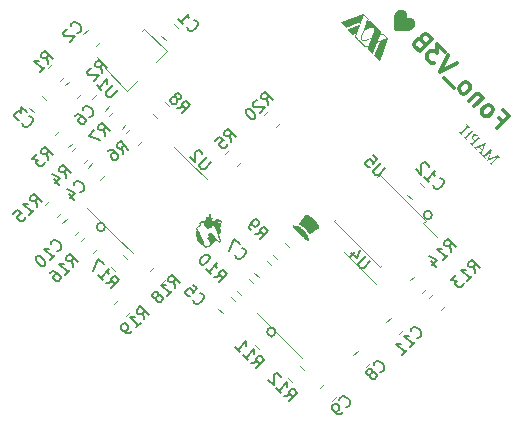
<source format=gbo>
G04 #@! TF.GenerationSoftware,KiCad,Pcbnew,(7.0.0)*
G04 #@! TF.CreationDate,2023-04-23T00:30:47-06:00*
G04 #@! TF.ProjectId,Fonocardiograma_V3B,466f6e6f-6361-4726-9469-6f6772616d61,rev?*
G04 #@! TF.SameCoordinates,Original*
G04 #@! TF.FileFunction,Legend,Bot*
G04 #@! TF.FilePolarity,Positive*
%FSLAX46Y46*%
G04 Gerber Fmt 4.6, Leading zero omitted, Abs format (unit mm)*
G04 Created by KiCad (PCBNEW (7.0.0)) date 2023-04-23 00:30:47*
%MOMM*%
%LPD*%
G01*
G04 APERTURE LIST*
%ADD10C,0.000000*%
%ADD11C,0.150000*%
%ADD12C,0.004233*%
%ADD13C,0.300000*%
%ADD14C,0.120000*%
G04 APERTURE END LIST*
D10*
G36*
X109301647Y-49787666D02*
G01*
X109377338Y-49758590D01*
X109604401Y-49983724D01*
X109831466Y-50208858D01*
X109786709Y-50323186D01*
X109769313Y-50368010D01*
X109755033Y-50405542D01*
X109745344Y-50431850D01*
X109742683Y-50439566D01*
X109741722Y-50443002D01*
X109741808Y-50443247D01*
X109742092Y-50443411D01*
X109742567Y-50443502D01*
X109743228Y-50443515D01*
X109745089Y-50443324D01*
X109747637Y-50442852D01*
X109750833Y-50442107D01*
X109754639Y-50441107D01*
X109759013Y-50439862D01*
X109763919Y-50438380D01*
X109775167Y-50434762D01*
X109788071Y-50430356D01*
X109802322Y-50425256D01*
X109817607Y-50419553D01*
X109833147Y-50413761D01*
X109847683Y-50408599D01*
X109861303Y-50404052D01*
X109874086Y-50400110D01*
X109886119Y-50396761D01*
X109897481Y-50393996D01*
X109908255Y-50391803D01*
X109918529Y-50390170D01*
X109928378Y-50389086D01*
X109937893Y-50388541D01*
X109947152Y-50388521D01*
X109956238Y-50389020D01*
X109965233Y-50390021D01*
X109974226Y-50391516D01*
X109983292Y-50393494D01*
X109992520Y-50395943D01*
X110023617Y-50404869D01*
X110831843Y-51213094D01*
X110840635Y-51240252D01*
X110842142Y-51245241D01*
X110843470Y-51250342D01*
X110844617Y-51255556D01*
X110845580Y-51260890D01*
X110846363Y-51266349D01*
X110846961Y-51271936D01*
X110847374Y-51277660D01*
X110847602Y-51283518D01*
X110847642Y-51289521D01*
X110847496Y-51295672D01*
X110846638Y-51308437D01*
X110845020Y-51321852D01*
X110842632Y-51335950D01*
X110839469Y-51350771D01*
X110835526Y-51366352D01*
X110830793Y-51382732D01*
X110825263Y-51399948D01*
X110818931Y-51418036D01*
X110811786Y-51437033D01*
X110803822Y-51456980D01*
X110795035Y-51477913D01*
X110794305Y-51479674D01*
X110793655Y-51481381D01*
X110793085Y-51483027D01*
X110792590Y-51484597D01*
X110792176Y-51486091D01*
X110791844Y-51487498D01*
X110791593Y-51488805D01*
X110791427Y-51490005D01*
X110791343Y-51491094D01*
X110791345Y-51492057D01*
X110791431Y-51492889D01*
X110791605Y-51493582D01*
X110791724Y-51493874D01*
X110791866Y-51494125D01*
X110792031Y-51494338D01*
X110792217Y-51494512D01*
X110792425Y-51494640D01*
X110792656Y-51494730D01*
X110792909Y-51494776D01*
X110793186Y-51494774D01*
X110794350Y-51494499D01*
X110796650Y-51493781D01*
X110804408Y-51491107D01*
X110830839Y-51481455D01*
X110868528Y-51467286D01*
X110913524Y-51450061D01*
X111028281Y-51405795D01*
X111253330Y-51632714D01*
X111478381Y-51859631D01*
X111278862Y-52378535D01*
X110912172Y-53332686D01*
X110737954Y-53785218D01*
X110730914Y-53802501D01*
X110281375Y-53352962D01*
X110297114Y-53310702D01*
X110527941Y-52708986D01*
X110679919Y-52312381D01*
X110743281Y-52144466D01*
X110743139Y-52144266D01*
X110742692Y-52144187D01*
X110740910Y-52144381D01*
X110737997Y-52145029D01*
X110734013Y-52146106D01*
X110723075Y-52149476D01*
X110708582Y-52154321D01*
X110691026Y-52160474D01*
X110670885Y-52167773D01*
X110648651Y-52176043D01*
X110624805Y-52185126D01*
X110506072Y-52230847D01*
X110329948Y-52688839D01*
X110142926Y-53175224D01*
X110132034Y-53203623D01*
X109680801Y-52752386D01*
X109725539Y-52638098D01*
X109742925Y-52593287D01*
X109757191Y-52555760D01*
X109766868Y-52529450D01*
X109769523Y-52521730D01*
X109770475Y-52518289D01*
X109770388Y-52518042D01*
X109770102Y-52517875D01*
X109769625Y-52517784D01*
X109768961Y-52517770D01*
X109767099Y-52517957D01*
X109764548Y-52518427D01*
X109761345Y-52519167D01*
X109757541Y-52520166D01*
X109753163Y-52521409D01*
X109748256Y-52522888D01*
X109737003Y-52526501D01*
X109724097Y-52530904D01*
X109709843Y-52536004D01*
X109694558Y-52541706D01*
X109679018Y-52547497D01*
X109664480Y-52552661D01*
X109650860Y-52557207D01*
X109638076Y-52561149D01*
X109626046Y-52564498D01*
X109614683Y-52567262D01*
X109603906Y-52569453D01*
X109593636Y-52571088D01*
X109583781Y-52572170D01*
X109574270Y-52572718D01*
X109565011Y-52572736D01*
X109555925Y-52572239D01*
X109546927Y-52571237D01*
X109537937Y-52569742D01*
X109528869Y-52567764D01*
X109519642Y-52565316D01*
X109488544Y-52556388D01*
X108680322Y-51748165D01*
X108671530Y-51721004D01*
X108670021Y-51716016D01*
X108668693Y-51710917D01*
X108667548Y-51705702D01*
X108666581Y-51700369D01*
X108665800Y-51694909D01*
X108665203Y-51689321D01*
X108664791Y-51683598D01*
X108664562Y-51677740D01*
X108664521Y-51671737D01*
X108664667Y-51665584D01*
X108664668Y-51665566D01*
X108738673Y-51665566D01*
X108738864Y-51670470D01*
X108739254Y-51675346D01*
X108739843Y-51680196D01*
X108740633Y-51685016D01*
X108741621Y-51689803D01*
X108742805Y-51694554D01*
X108744190Y-51699262D01*
X108744762Y-51700777D01*
X108745616Y-51702518D01*
X108748345Y-51706883D01*
X108752758Y-51712740D01*
X108759227Y-51720478D01*
X108768132Y-51730486D01*
X108779849Y-51743148D01*
X108794752Y-51758856D01*
X108813218Y-51777995D01*
X108862348Y-51828122D01*
X108930248Y-51896625D01*
X109019928Y-51986610D01*
X109134404Y-52101174D01*
X109341110Y-52307547D01*
X109459657Y-52424504D01*
X109516460Y-52477680D01*
X109529969Y-52488360D01*
X109537950Y-52492709D01*
X109537951Y-52492711D01*
X109540899Y-52493712D01*
X109543843Y-52494611D01*
X109546796Y-52495401D01*
X109549777Y-52496083D01*
X109552796Y-52496651D01*
X109555873Y-52497102D01*
X109559022Y-52497432D01*
X109562258Y-52497641D01*
X109565597Y-52497720D01*
X109569050Y-52497672D01*
X109572641Y-52497488D01*
X109576376Y-52497169D01*
X109580276Y-52496711D01*
X109584354Y-52496109D01*
X109588631Y-52495363D01*
X109593113Y-52494464D01*
X109597823Y-52493413D01*
X109602771Y-52492210D01*
X109613451Y-52489318D01*
X109625278Y-52485766D01*
X109638369Y-52481522D01*
X109652855Y-52476568D01*
X109668851Y-52470871D01*
X109686485Y-52464408D01*
X109705878Y-52457153D01*
X109810129Y-52417838D01*
X109898664Y-52186400D01*
X109917872Y-52136371D01*
X110542785Y-52136371D01*
X110558806Y-52129944D01*
X110953399Y-51978234D01*
X111338668Y-51830222D01*
X111339056Y-51829924D01*
X111339209Y-51829423D01*
X111339114Y-51828709D01*
X111338761Y-51827772D01*
X111338138Y-51826596D01*
X111337232Y-51825170D01*
X111334530Y-51821524D01*
X111330561Y-51816734D01*
X111325230Y-51810702D01*
X111318448Y-51803332D01*
X111310118Y-51794526D01*
X111300147Y-51784187D01*
X111288442Y-51772215D01*
X111259462Y-51742990D01*
X111222432Y-51706069D01*
X111176604Y-51660675D01*
X111007834Y-51493854D01*
X110883549Y-51541692D01*
X110834849Y-51560678D01*
X110794126Y-51577011D01*
X110765639Y-51588949D01*
X110757319Y-51592727D01*
X110753654Y-51594754D01*
X110746450Y-51610807D01*
X110729711Y-51651968D01*
X110676693Y-51786391D01*
X110612747Y-51951541D01*
X110556011Y-52100955D01*
X110542785Y-52136371D01*
X109917872Y-52136371D01*
X109965781Y-52011589D01*
X110002821Y-51916296D01*
X110005848Y-51908533D01*
X110008458Y-51901301D01*
X110010607Y-51894752D01*
X110012258Y-51889051D01*
X110012882Y-51886567D01*
X110013366Y-51884352D01*
X110013702Y-51882426D01*
X110013887Y-51880812D01*
X110013918Y-51879528D01*
X110013784Y-51878591D01*
X110013655Y-51878260D01*
X110013487Y-51878024D01*
X110013271Y-51877884D01*
X110013013Y-51877845D01*
X110007019Y-51879782D01*
X109991947Y-51885249D01*
X109938608Y-51905250D01*
X109861051Y-51934797D01*
X109767342Y-51970838D01*
X109587795Y-52039403D01*
X109525490Y-52062629D01*
X109493476Y-52073970D01*
X109484497Y-52076530D01*
X109475397Y-52078717D01*
X109466191Y-52080539D01*
X109456893Y-52081994D01*
X109447517Y-52083094D01*
X109438080Y-52083839D01*
X109428593Y-52084234D01*
X109419070Y-52084281D01*
X109409529Y-52083989D01*
X109399981Y-52083357D01*
X109390443Y-52082395D01*
X109380925Y-52081100D01*
X109371444Y-52079483D01*
X109362016Y-52077544D01*
X109352651Y-52075289D01*
X109343366Y-52072721D01*
X109334175Y-52069844D01*
X109325093Y-52066666D01*
X109316132Y-52063184D01*
X109307308Y-52059409D01*
X109298635Y-52055343D01*
X109290127Y-52050991D01*
X109281799Y-52046352D01*
X109273664Y-52041437D01*
X109265737Y-52036248D01*
X109258032Y-52030786D01*
X109250564Y-52025060D01*
X109243345Y-52019071D01*
X109236394Y-52012826D01*
X109229718Y-52006325D01*
X109223338Y-51999576D01*
X109217267Y-51992583D01*
X109206583Y-51978855D01*
X109196811Y-51964504D01*
X109187964Y-51949602D01*
X109180057Y-51934218D01*
X109173104Y-51918425D01*
X109167119Y-51902291D01*
X109162119Y-51885887D01*
X109158119Y-51869288D01*
X109155130Y-51852556D01*
X109153171Y-51835767D01*
X109152254Y-51818991D01*
X109152304Y-51813182D01*
X109229080Y-51813182D01*
X109229174Y-51822001D01*
X109229531Y-51830819D01*
X109230144Y-51839542D01*
X109231008Y-51848072D01*
X109232126Y-51856309D01*
X109233493Y-51864162D01*
X109235104Y-51871528D01*
X109236962Y-51878316D01*
X109239060Y-51884424D01*
X109242794Y-51893441D01*
X109246918Y-51902189D01*
X109251425Y-51910666D01*
X109256310Y-51918865D01*
X109261570Y-51926779D01*
X109267194Y-51934402D01*
X109273184Y-51941731D01*
X109279528Y-51948757D01*
X109286223Y-51955476D01*
X109293266Y-51961880D01*
X109300644Y-51967966D01*
X109308360Y-51973726D01*
X109316402Y-51979154D01*
X109324770Y-51984246D01*
X109333452Y-51988994D01*
X109342447Y-51993392D01*
X109349196Y-51996207D01*
X109356551Y-51998721D01*
X109364426Y-52000925D01*
X109372743Y-52002824D01*
X109381422Y-52004407D01*
X109390385Y-52005671D01*
X109399547Y-52006615D01*
X109408830Y-52007234D01*
X109418152Y-52007523D01*
X109427435Y-52007481D01*
X109436596Y-52007100D01*
X109445554Y-52006375D01*
X109454230Y-52005308D01*
X109462544Y-52003892D01*
X109470417Y-52002122D01*
X109477764Y-51999995D01*
X109584449Y-51960208D01*
X109779633Y-51885384D01*
X109967895Y-51812327D01*
X110053813Y-51777842D01*
X110088220Y-51691858D01*
X110161226Y-51503354D01*
X110236000Y-51308000D01*
X110275703Y-51201474D01*
X110277360Y-51195762D01*
X110278810Y-51189430D01*
X110280053Y-51182569D01*
X110281088Y-51175270D01*
X110281913Y-51167623D01*
X110282527Y-51159716D01*
X110282932Y-51151643D01*
X110283125Y-51143492D01*
X110283106Y-51135354D01*
X110282871Y-51127317D01*
X110282665Y-51123766D01*
X110282421Y-51119474D01*
X110281757Y-51111915D01*
X110280873Y-51104730D01*
X110279774Y-51098009D01*
X110278457Y-51091839D01*
X110276917Y-51086318D01*
X110273741Y-51077355D01*
X110269937Y-51068416D01*
X110265547Y-51059535D01*
X110260608Y-51050758D01*
X110255156Y-51042125D01*
X110249232Y-51033681D01*
X110242869Y-51025464D01*
X110236111Y-51017522D01*
X110228986Y-51009892D01*
X110221541Y-51002618D01*
X110213807Y-50995743D01*
X110205827Y-50989309D01*
X110197635Y-50983355D01*
X110189268Y-50977928D01*
X110180765Y-50973067D01*
X110172165Y-50968813D01*
X110165000Y-50965837D01*
X110157303Y-50963174D01*
X110149151Y-50960827D01*
X110140616Y-50958805D01*
X110131770Y-50957105D01*
X110122688Y-50955740D01*
X110113440Y-50954705D01*
X110104104Y-50954012D01*
X110094747Y-50953658D01*
X110085445Y-50953652D01*
X110076274Y-50953995D01*
X110067304Y-50954696D01*
X110058606Y-50955751D01*
X110050258Y-50957171D01*
X110042329Y-50958962D01*
X110034896Y-50961118D01*
X109928564Y-51000795D01*
X109733192Y-51075650D01*
X109544588Y-51148763D01*
X109458550Y-51183218D01*
X109424248Y-51269031D01*
X109351016Y-51457587D01*
X109275876Y-51653054D01*
X109235859Y-51759595D01*
X109234075Y-51765700D01*
X109232565Y-51772482D01*
X109231330Y-51779846D01*
X109230367Y-51787696D01*
X109229673Y-51795934D01*
X109229243Y-51804460D01*
X109229080Y-51813182D01*
X109152304Y-51813182D01*
X109152397Y-51802299D01*
X109153612Y-51785760D01*
X109155914Y-51769446D01*
X109159319Y-51753424D01*
X109163840Y-51737769D01*
X109182387Y-51688153D01*
X109247173Y-51518710D01*
X109398882Y-51123553D01*
X109615861Y-50558376D01*
X109703904Y-50327632D01*
X109730717Y-50256169D01*
X109740602Y-50228414D01*
X109739755Y-50226997D01*
X109737238Y-50223946D01*
X109727547Y-50213302D01*
X109712205Y-50197175D01*
X109691893Y-50176259D01*
X109639093Y-50122856D01*
X109574595Y-50058662D01*
X109408444Y-49894462D01*
X109261840Y-50275451D01*
X108745883Y-51620776D01*
X108744290Y-51625780D01*
X108742890Y-51630783D01*
X108741692Y-51635781D01*
X108740694Y-51640775D01*
X108739892Y-51645761D01*
X108739290Y-51650738D01*
X108738885Y-51655698D01*
X108738679Y-51660642D01*
X108738673Y-51665566D01*
X108664668Y-51665566D01*
X108665525Y-51652820D01*
X108667148Y-51639406D01*
X108669532Y-51625308D01*
X108672695Y-51610488D01*
X108676638Y-51594905D01*
X108681372Y-51578526D01*
X108686901Y-51561310D01*
X108693234Y-51543222D01*
X108700379Y-51524223D01*
X108708342Y-51504277D01*
X108717131Y-51483344D01*
X108717858Y-51481581D01*
X108718507Y-51479876D01*
X108719079Y-51478232D01*
X108719570Y-51476655D01*
X108719982Y-51475162D01*
X108720312Y-51473755D01*
X108720564Y-51472445D01*
X108720726Y-51471241D01*
X108720809Y-51470152D01*
X108720804Y-51469186D01*
X108720716Y-51468350D01*
X108720537Y-51467654D01*
X108720417Y-51467363D01*
X108720273Y-51467109D01*
X108720109Y-51466894D01*
X108719920Y-51466719D01*
X108719710Y-51466587D01*
X108719478Y-51466497D01*
X108719222Y-51466450D01*
X108718944Y-51466448D01*
X108717778Y-51466722D01*
X108715476Y-51467435D01*
X108707715Y-51470102D01*
X108681288Y-51479743D01*
X108643614Y-51493908D01*
X108598642Y-51511126D01*
X108483955Y-51555390D01*
X108033260Y-51104847D01*
X108056068Y-51095848D01*
X108542177Y-50908829D01*
X109005479Y-50730807D01*
X109051787Y-50611992D01*
X109069337Y-50565874D01*
X109082878Y-50528139D01*
X109087729Y-50513628D01*
X109091077Y-50502676D01*
X109092755Y-50495766D01*
X109092916Y-50493977D01*
X109092815Y-50493527D01*
X109092593Y-50493381D01*
X109044625Y-50511108D01*
X108918083Y-50559218D01*
X108506236Y-50717213D01*
X107904276Y-50947798D01*
X107883173Y-50954757D01*
X107434211Y-50505795D01*
X107451457Y-50498722D01*
X107976975Y-50296462D01*
X108931292Y-49929935D01*
X109301647Y-49787666D01*
G37*
G36*
X95503329Y-67411162D02*
G01*
X95636774Y-67277719D01*
X95757360Y-67277720D01*
X95877942Y-67277719D01*
X95975181Y-67200879D01*
X96072418Y-67124038D01*
X96059707Y-67041167D01*
X96046995Y-66958297D01*
X96117160Y-67028460D01*
X96126966Y-66986935D01*
X96136767Y-66945406D01*
X96179364Y-66966703D01*
X96221963Y-66987999D01*
X96264549Y-66854206D01*
X96307135Y-66720406D01*
X96370459Y-66692205D01*
X96433787Y-66664002D01*
X96436656Y-66847816D01*
X96439526Y-67031631D01*
X96515081Y-67038652D01*
X96590636Y-67045677D01*
X96563702Y-67134622D01*
X96561152Y-67143875D01*
X96559045Y-67153239D01*
X96557377Y-67162656D01*
X96556148Y-67172061D01*
X96555347Y-67181383D01*
X96554976Y-67190564D01*
X96555020Y-67199537D01*
X96555480Y-67208238D01*
X96556355Y-67216604D01*
X96557633Y-67224570D01*
X96559309Y-67232065D01*
X96561386Y-67239035D01*
X96563848Y-67245413D01*
X96566696Y-67251129D01*
X96568264Y-67253718D01*
X96569927Y-67256120D01*
X96571684Y-67258327D01*
X96573531Y-67260324D01*
X96575408Y-67262352D01*
X96577247Y-67264628D01*
X96580807Y-67269893D01*
X96584191Y-67276056D01*
X96587385Y-67283036D01*
X96590367Y-67290764D01*
X96593133Y-67299166D01*
X96595656Y-67308166D01*
X96597927Y-67317694D01*
X96599923Y-67327673D01*
X96601634Y-67338034D01*
X96603041Y-67348694D01*
X96604126Y-67359591D01*
X96604879Y-67370643D01*
X96605276Y-67381779D01*
X96605308Y-67392925D01*
X96604957Y-67404004D01*
X96604543Y-67415026D01*
X96604403Y-67426000D01*
X96604517Y-67436849D01*
X96604884Y-67447519D01*
X96605486Y-67457929D01*
X96606316Y-67468018D01*
X96607368Y-67477710D01*
X96608624Y-67486952D01*
X96610077Y-67495664D01*
X96611719Y-67503780D01*
X96613539Y-67511242D01*
X96615526Y-67517967D01*
X96617664Y-67523901D01*
X96619955Y-67528966D01*
X96622380Y-67533097D01*
X96623637Y-67534795D01*
X96624930Y-67536229D01*
X96650235Y-67561534D01*
X96668918Y-67455479D01*
X96687606Y-67349421D01*
X96859069Y-67177957D01*
X96961475Y-67159915D01*
X97063882Y-67141874D01*
X97183790Y-67204203D01*
X97196537Y-67211129D01*
X97209971Y-67218994D01*
X97238455Y-67237172D01*
X97268319Y-67258035D01*
X97298657Y-67280865D01*
X97328551Y-67304957D01*
X97357091Y-67329596D01*
X97383359Y-67354066D01*
X97395362Y-67366017D01*
X97406449Y-67377659D01*
X97509202Y-67488792D01*
X97394464Y-67473836D01*
X97370891Y-67470334D01*
X97347889Y-67466110D01*
X97326040Y-67461320D01*
X97305910Y-67456125D01*
X97296672Y-67453427D01*
X97288079Y-67450688D01*
X97280206Y-67447926D01*
X97273120Y-67445169D01*
X97266901Y-67442433D01*
X97261617Y-67439733D01*
X97257333Y-67437097D01*
X97254132Y-67434538D01*
X97252704Y-67433306D01*
X97251075Y-67432122D01*
X97249249Y-67430981D01*
X97247228Y-67429887D01*
X97242640Y-67427853D01*
X97237377Y-67426021D01*
X97231493Y-67424389D01*
X97225039Y-67422978D01*
X97218083Y-67421787D01*
X97210678Y-67420820D01*
X97202881Y-67420087D01*
X97194745Y-67419592D01*
X97186338Y-67419346D01*
X97177711Y-67419351D01*
X97168919Y-67419614D01*
X97160022Y-67420144D01*
X97151079Y-67420943D01*
X97142146Y-67422023D01*
X97133175Y-67423389D01*
X97124119Y-67425035D01*
X97115041Y-67426939D01*
X97106001Y-67429075D01*
X97097061Y-67431428D01*
X97088279Y-67433967D01*
X97079723Y-67436682D01*
X97071445Y-67439540D01*
X97063517Y-67442520D01*
X97055990Y-67445604D01*
X97048933Y-67448772D01*
X97042404Y-67451995D01*
X97036462Y-67455259D01*
X97031173Y-67458530D01*
X97026591Y-67461801D01*
X97022782Y-67465035D01*
X97021132Y-67466719D01*
X97019576Y-67468540D01*
X97018107Y-67470497D01*
X97016733Y-67472586D01*
X97015458Y-67474798D01*
X97014273Y-67477122D01*
X97013188Y-67479562D01*
X97012194Y-67482111D01*
X97011298Y-67484753D01*
X97010497Y-67487489D01*
X97009184Y-67493221D01*
X97008263Y-67499250D01*
X97007727Y-67505534D01*
X97007585Y-67512022D01*
X97007842Y-67518663D01*
X97008496Y-67525417D01*
X97009551Y-67532229D01*
X97011006Y-67539050D01*
X97012869Y-67545836D01*
X97015140Y-67552536D01*
X97017822Y-67559104D01*
X97045826Y-67621988D01*
X97104691Y-67535301D01*
X97163553Y-67448613D01*
X97219622Y-67473585D01*
X97275690Y-67498554D01*
X97307203Y-67602640D01*
X97338719Y-67706725D01*
X97300067Y-67785378D01*
X97295929Y-67793522D01*
X97291509Y-67801713D01*
X97281998Y-67818000D01*
X97271847Y-67833802D01*
X97261374Y-67848691D01*
X97256115Y-67855656D01*
X97250897Y-67862234D01*
X97245756Y-67868365D01*
X97240735Y-67874001D01*
X97235871Y-67879082D01*
X97231201Y-67883557D01*
X97226773Y-67887376D01*
X97222622Y-67890482D01*
X97183826Y-67916938D01*
X97247965Y-67954483D01*
X97312103Y-67992032D01*
X97317680Y-68138677D01*
X97323251Y-68285318D01*
X97122133Y-68486438D01*
X97200339Y-68674832D01*
X97232139Y-68753192D01*
X97260913Y-68827282D01*
X97283492Y-68888743D01*
X97291476Y-68912132D01*
X97296728Y-68929234D01*
X97314910Y-68995240D01*
X97249446Y-69078464D01*
X97183982Y-69161691D01*
X97062817Y-69040591D01*
X96941651Y-68919490D01*
X96659515Y-69202144D01*
X96377386Y-69484797D01*
X96173224Y-69532311D01*
X95969063Y-69579826D01*
X95837731Y-69446335D01*
X95807305Y-69416119D01*
X95771099Y-69381354D01*
X95686762Y-69303106D01*
X95595531Y-69221436D01*
X95550713Y-69182396D01*
X95508223Y-69146196D01*
X95310044Y-68979552D01*
X95234873Y-68746026D01*
X95159697Y-68512506D01*
X95206538Y-68278714D01*
X95253382Y-68044923D01*
X95208045Y-67968512D01*
X95180579Y-67922219D01*
X95300971Y-67922219D01*
X95337439Y-67969938D01*
X95358449Y-67997978D01*
X95388686Y-68039047D01*
X95460688Y-68138190D01*
X95547470Y-68258720D01*
X95509821Y-68331378D01*
X95472174Y-68404038D01*
X95520515Y-68452372D01*
X95526084Y-68458391D01*
X95532755Y-68466381D01*
X95549066Y-68487754D01*
X95568742Y-68515438D01*
X95591073Y-68548364D01*
X95615349Y-68585472D01*
X95640871Y-68625697D01*
X95666936Y-68667982D01*
X95692823Y-68711263D01*
X95816793Y-68921814D01*
X95833497Y-69101552D01*
X95850202Y-69281290D01*
X95933130Y-69366742D01*
X96016060Y-69452193D01*
X96194991Y-69403352D01*
X96194991Y-69403353D01*
X96373919Y-69354511D01*
X96380704Y-69281516D01*
X96387489Y-69208521D01*
X96455791Y-69177890D01*
X96524093Y-69147256D01*
X96453674Y-69146997D01*
X96446240Y-69146712D01*
X96438510Y-69145926D01*
X96430540Y-69144662D01*
X96422392Y-69142953D01*
X96414130Y-69140819D01*
X96405813Y-69138292D01*
X96397507Y-69135388D01*
X96389270Y-69132141D01*
X96381165Y-69128570D01*
X96373256Y-69124709D01*
X96365598Y-69120579D01*
X96358261Y-69116202D01*
X96351298Y-69111611D01*
X96344781Y-69106829D01*
X96338763Y-69101879D01*
X96333311Y-69096789D01*
X96327872Y-69090884D01*
X96321897Y-69083533D01*
X96315445Y-69074847D01*
X96308576Y-69064932D01*
X96301353Y-69053896D01*
X96293837Y-69041841D01*
X96278156Y-69015116D01*
X96262017Y-68985601D01*
X96245904Y-68954154D01*
X96230301Y-68921633D01*
X96215683Y-68888879D01*
X96148004Y-68730917D01*
X96245467Y-68633457D01*
X96240004Y-68523943D01*
X96234545Y-68414428D01*
X96328545Y-68337183D01*
X96422546Y-68259934D01*
X96785864Y-68640296D01*
X97149181Y-69020654D01*
X97174934Y-68994898D01*
X97176148Y-68993341D01*
X97177128Y-68991324D01*
X97177882Y-68988867D01*
X97178410Y-68985985D01*
X97178722Y-68982682D01*
X97178815Y-68978981D01*
X97178698Y-68974894D01*
X97178372Y-68970430D01*
X97177103Y-68960431D01*
X97175047Y-68949095D01*
X97172231Y-68936530D01*
X97168682Y-68922841D01*
X97164427Y-68908137D01*
X97159503Y-68892522D01*
X97153935Y-68876108D01*
X97147753Y-68858997D01*
X97140987Y-68841300D01*
X97133664Y-68823124D01*
X97125818Y-68804575D01*
X97117470Y-68785762D01*
X97100289Y-68746297D01*
X97083351Y-68704409D01*
X97067101Y-68661371D01*
X97051970Y-68618465D01*
X97038394Y-68576972D01*
X97026808Y-68538167D01*
X97017649Y-68503337D01*
X97011349Y-68473756D01*
X97005068Y-68443526D01*
X96995952Y-68406840D01*
X96984439Y-68365109D01*
X96970963Y-68319735D01*
X96955947Y-68272138D01*
X96939837Y-68223718D01*
X96923054Y-68175888D01*
X96906031Y-68130062D01*
X96887689Y-68084325D01*
X96867130Y-68036760D01*
X96845044Y-67988758D01*
X96822135Y-67941708D01*
X96799092Y-67897006D01*
X96776617Y-67856037D01*
X96755406Y-67820197D01*
X96736156Y-67790871D01*
X96648699Y-67666752D01*
X96557974Y-67789251D01*
X96467245Y-67911752D01*
X96320235Y-67945646D01*
X96173224Y-67979536D01*
X96084136Y-67926196D01*
X95995049Y-67872857D01*
X95914893Y-67755682D01*
X95834736Y-67638502D01*
X95853550Y-67557103D01*
X95872365Y-67475705D01*
X95793395Y-67422077D01*
X95714419Y-67368453D01*
X95587517Y-67495353D01*
X95595048Y-67576396D01*
X95602584Y-67657437D01*
X95451775Y-67789828D01*
X95300971Y-67922219D01*
X95180579Y-67922219D01*
X95162709Y-67892100D01*
X95493442Y-67599136D01*
X95466004Y-67537530D01*
X95438569Y-67475925D01*
X95503329Y-67411162D01*
G37*
G36*
X112568206Y-49409051D02*
G01*
X112588429Y-49409802D01*
X112608516Y-49411373D01*
X112628456Y-49413758D01*
X112648228Y-49416948D01*
X112667833Y-49420945D01*
X112687244Y-49425747D01*
X112706471Y-49431346D01*
X112725480Y-49437734D01*
X112744268Y-49444909D01*
X112762827Y-49452870D01*
X112781138Y-49461612D01*
X112799191Y-49471129D01*
X112816975Y-49481413D01*
X112834483Y-49492465D01*
X112851691Y-49504281D01*
X112868598Y-49516855D01*
X112897102Y-49540507D01*
X112923581Y-49565785D01*
X112948003Y-49592604D01*
X112970345Y-49620887D01*
X112990575Y-49650556D01*
X113008658Y-49681528D01*
X113024570Y-49713726D01*
X113038282Y-49747063D01*
X113049759Y-49781464D01*
X113058976Y-49816848D01*
X113065894Y-49853137D01*
X113070494Y-49890245D01*
X113072744Y-49928096D01*
X113072609Y-49966608D01*
X113070065Y-50005706D01*
X113065077Y-50045302D01*
X113063184Y-50056822D01*
X113061069Y-50068687D01*
X113058987Y-50079499D01*
X113058045Y-50084077D01*
X113057207Y-50087864D01*
X113056479Y-50091127D01*
X113055858Y-50094196D01*
X113055350Y-50097005D01*
X113054967Y-50099482D01*
X113054717Y-50101559D01*
X113054645Y-50102426D01*
X113054606Y-50103168D01*
X113054611Y-50103772D01*
X113054655Y-50104234D01*
X113054735Y-50104546D01*
X113054792Y-50104638D01*
X113054860Y-50104694D01*
X113054970Y-50104723D01*
X113055155Y-50104730D01*
X113055744Y-50104705D01*
X113056610Y-50104622D01*
X113057732Y-50104481D01*
X113060695Y-50104050D01*
X113064510Y-50103426D01*
X113069058Y-50102632D01*
X113074186Y-50101693D01*
X113079797Y-50100629D01*
X113085746Y-50099461D01*
X113113125Y-50094575D01*
X113140436Y-50090860D01*
X113167633Y-50088310D01*
X113194672Y-50086918D01*
X113221516Y-50086678D01*
X113248114Y-50087581D01*
X113274432Y-50089624D01*
X113300422Y-50092800D01*
X113326045Y-50097097D01*
X113351251Y-50102521D01*
X113376005Y-50109054D01*
X113400264Y-50116700D01*
X113423979Y-50125443D01*
X113447114Y-50135283D01*
X113469621Y-50146215D01*
X113491464Y-50158228D01*
X113515640Y-50173247D01*
X113538890Y-50189495D01*
X113561163Y-50206913D01*
X113582423Y-50225438D01*
X113602630Y-50245018D01*
X113621735Y-50265583D01*
X113639694Y-50287079D01*
X113656475Y-50309449D01*
X113672023Y-50332629D01*
X113686311Y-50356561D01*
X113699281Y-50381186D01*
X113710895Y-50406442D01*
X113721124Y-50432269D01*
X113729908Y-50458617D01*
X113737213Y-50485409D01*
X113742994Y-50512599D01*
X113744348Y-50520560D01*
X113745573Y-50528919D01*
X113746668Y-50537618D01*
X113747634Y-50546602D01*
X113749162Y-50565197D01*
X113750144Y-50584255D01*
X113750554Y-50603320D01*
X113750384Y-50621938D01*
X113750073Y-50630933D01*
X113749614Y-50639650D01*
X113748999Y-50648031D01*
X113748224Y-50656015D01*
X113746609Y-50668890D01*
X113744580Y-50681896D01*
X113742143Y-50694996D01*
X113739305Y-50708163D01*
X113736089Y-50721369D01*
X113732498Y-50734574D01*
X113728537Y-50747746D01*
X113724230Y-50760862D01*
X113719580Y-50773881D01*
X113714602Y-50786777D01*
X113709306Y-50799514D01*
X113703697Y-50812064D01*
X113697792Y-50824392D01*
X113691597Y-50836472D01*
X113685128Y-50848264D01*
X113678396Y-50859744D01*
X113672440Y-50869320D01*
X113666224Y-50878833D01*
X113659739Y-50888299D01*
X113652975Y-50897722D01*
X113645927Y-50907119D01*
X113638583Y-50916490D01*
X113622979Y-50935215D01*
X113606098Y-50953977D01*
X113587860Y-50972852D01*
X113568204Y-50991929D01*
X113547059Y-51011284D01*
X113516722Y-51037521D01*
X113486793Y-51061794D01*
X113457122Y-51084165D01*
X113427560Y-51104695D01*
X113397970Y-51123438D01*
X113368207Y-51140459D01*
X113338120Y-51155825D01*
X113307575Y-51169589D01*
X113276418Y-51181813D01*
X113244507Y-51192561D01*
X113211704Y-51201889D01*
X113177857Y-51209861D01*
X113142823Y-51216543D01*
X113106464Y-51221982D01*
X113068631Y-51226252D01*
X113029177Y-51229406D01*
X113022182Y-51229773D01*
X113013126Y-51230121D01*
X112990326Y-51230712D01*
X112963821Y-51231109D01*
X112936643Y-51231263D01*
X112903088Y-51231109D01*
X112870241Y-51230571D01*
X112836221Y-51229556D01*
X112799165Y-51227971D01*
X112757195Y-51225729D01*
X112708442Y-51222736D01*
X112583085Y-51214140D01*
X112402537Y-51201675D01*
X112260229Y-51192866D01*
X112140964Y-51186853D01*
X112029581Y-51182775D01*
X112010431Y-51182104D01*
X111994578Y-51181379D01*
X111983660Y-51180686D01*
X111980570Y-51180376D01*
X111979704Y-51180236D01*
X111979330Y-51180110D01*
X111979268Y-51179988D01*
X111979202Y-51179738D01*
X111979061Y-51178871D01*
X111978756Y-51175783D01*
X111978418Y-51171044D01*
X111978058Y-51164865D01*
X111977693Y-51157456D01*
X111977334Y-51149015D01*
X111976984Y-51139746D01*
X111976660Y-51129873D01*
X111976661Y-51129873D01*
X111972764Y-51022630D01*
X111967272Y-50910858D01*
X111959595Y-50783982D01*
X111949159Y-50631429D01*
X111939400Y-50491530D01*
X111933362Y-50396046D01*
X111929979Y-50326302D01*
X111928191Y-50263631D01*
X111927789Y-50209789D01*
X111928925Y-50158744D01*
X111931664Y-50110286D01*
X111936081Y-50064166D01*
X111942266Y-50020183D01*
X111950281Y-49978099D01*
X111960214Y-49937691D01*
X111972126Y-49898736D01*
X111986112Y-49861005D01*
X112002229Y-49824279D01*
X112020563Y-49788325D01*
X112041190Y-49752930D01*
X112064185Y-49717859D01*
X112089622Y-49682887D01*
X112117580Y-49647799D01*
X112148128Y-49612357D01*
X112163642Y-49595350D01*
X112178970Y-49579279D01*
X112194161Y-49564110D01*
X112209255Y-49549815D01*
X112224305Y-49536356D01*
X112239352Y-49523715D01*
X112254431Y-49511848D01*
X112269594Y-49500730D01*
X112284885Y-49490327D01*
X112300349Y-49480609D01*
X112316027Y-49471548D01*
X112331967Y-49463106D01*
X112348208Y-49455261D01*
X112364795Y-49447968D01*
X112381778Y-49441213D01*
X112399195Y-49434951D01*
X112409580Y-49431522D01*
X112419900Y-49428349D01*
X112430174Y-49425431D01*
X112440423Y-49422756D01*
X112450657Y-49420330D01*
X112460907Y-49418148D01*
X112471187Y-49416205D01*
X112481513Y-49414500D01*
X112491910Y-49413031D01*
X112502390Y-49411791D01*
X112512982Y-49410780D01*
X112523699Y-49409995D01*
X112534559Y-49409432D01*
X112545587Y-49409090D01*
X112556793Y-49408961D01*
X112568206Y-49409051D01*
G37*
D11*
X87481210Y-67818000D02*
G75*
G03*
X87481210Y-67818000I-359210J0D01*
G01*
D12*
G36*
X103407596Y-67693716D02*
G01*
X103415760Y-67694100D01*
X103424921Y-67694686D01*
X103434823Y-67695473D01*
X103445195Y-67696429D01*
X103455789Y-67697551D01*
X103486163Y-67700701D01*
X103520220Y-67703741D01*
X103593116Y-67709108D01*
X103662027Y-67712853D01*
X103691093Y-67713867D01*
X103714495Y-67714177D01*
X103729343Y-67714177D01*
X103735543Y-67714255D01*
X103741060Y-67714415D01*
X103745983Y-67714677D01*
X103750403Y-67715053D01*
X103754425Y-67715574D01*
X103758137Y-67716258D01*
X103761639Y-67717117D01*
X103765023Y-67718182D01*
X103768387Y-67719472D01*
X103771821Y-67721003D01*
X103775426Y-67722790D01*
X103779293Y-67724871D01*
X103788202Y-67729957D01*
X103813411Y-67745170D01*
X103840160Y-67762343D01*
X103868262Y-67781320D01*
X103897536Y-67801951D01*
X103927785Y-67824091D01*
X103958828Y-67847575D01*
X104022554Y-67898001D01*
X104087208Y-67952002D01*
X104151315Y-68008385D01*
X104213367Y-68065914D01*
X104243156Y-68094733D01*
X104271878Y-68123385D01*
X104317477Y-68170924D01*
X104363641Y-68221481D01*
X104409282Y-68273720D01*
X104453295Y-68326301D01*
X104494596Y-68377885D01*
X104532078Y-68427140D01*
X104564656Y-68472723D01*
X104591218Y-68513295D01*
X104613462Y-68549369D01*
X104615778Y-68612129D01*
X104616999Y-68640724D01*
X104618554Y-68669002D01*
X104620462Y-68697258D01*
X104622755Y-68725810D01*
X104625457Y-68754957D01*
X104628604Y-68785004D01*
X104632211Y-68816255D01*
X104636308Y-68849020D01*
X104639696Y-68876232D01*
X104640914Y-68887340D01*
X104641776Y-68896899D01*
X104642257Y-68905019D01*
X104642334Y-68911785D01*
X104641973Y-68917295D01*
X104641160Y-68921641D01*
X104640564Y-68923410D01*
X104639851Y-68924921D01*
X104639010Y-68926192D01*
X104638034Y-68927232D01*
X104636922Y-68928052D01*
X104635674Y-68928665D01*
X104634286Y-68929081D01*
X104632751Y-68929314D01*
X104629242Y-68929275D01*
X104625103Y-68928648D01*
X104620327Y-68927524D01*
X104614876Y-68925997D01*
X104609566Y-68924184D01*
X104603621Y-68921676D01*
X104589809Y-68914537D01*
X104573397Y-68904557D01*
X104554343Y-68891694D01*
X104532620Y-68875921D01*
X104508183Y-68857196D01*
X104480981Y-68835497D01*
X104450994Y-68810790D01*
X104418174Y-68783040D01*
X104382475Y-68752219D01*
X104343874Y-68718282D01*
X104302323Y-68681206D01*
X104210214Y-68597508D01*
X104105835Y-68500853D01*
X104018044Y-68418087D01*
X103979123Y-68380558D01*
X103941151Y-68343239D01*
X103902345Y-68304370D01*
X103860931Y-68262184D01*
X103763152Y-68160800D01*
X103666271Y-68059037D01*
X103585989Y-67973340D01*
X103521043Y-67902237D01*
X103470178Y-67844250D01*
X103432125Y-67797904D01*
X103405634Y-67761712D01*
X103396330Y-67746966D01*
X103389444Y-67734204D01*
X103384813Y-67723241D01*
X103382289Y-67713896D01*
X103381338Y-67708268D01*
X103381010Y-67705954D01*
X103380801Y-67703941D01*
X103380724Y-67702195D01*
X103380731Y-67701423D01*
X103380781Y-67700707D01*
X103380867Y-67700048D01*
X103380993Y-67699443D01*
X103381160Y-67698885D01*
X103381369Y-67698373D01*
X103381622Y-67697910D01*
X103381921Y-67697482D01*
X103382269Y-67697094D01*
X103382666Y-67696739D01*
X103383109Y-67696411D01*
X103383611Y-67696119D01*
X103384161Y-67695845D01*
X103384763Y-67695589D01*
X103386142Y-67695141D01*
X103387758Y-67694734D01*
X103389623Y-67694348D01*
X103391747Y-67693961D01*
X103393299Y-67693764D01*
X103395331Y-67693635D01*
X103400702Y-67693557D01*
X103407596Y-67693716D01*
G37*
X103407596Y-67693716D02*
X103415760Y-67694100D01*
X103424921Y-67694686D01*
X103434823Y-67695473D01*
X103445195Y-67696429D01*
X103455789Y-67697551D01*
X103486163Y-67700701D01*
X103520220Y-67703741D01*
X103593116Y-67709108D01*
X103662027Y-67712853D01*
X103691093Y-67713867D01*
X103714495Y-67714177D01*
X103729343Y-67714177D01*
X103735543Y-67714255D01*
X103741060Y-67714415D01*
X103745983Y-67714677D01*
X103750403Y-67715053D01*
X103754425Y-67715574D01*
X103758137Y-67716258D01*
X103761639Y-67717117D01*
X103765023Y-67718182D01*
X103768387Y-67719472D01*
X103771821Y-67721003D01*
X103775426Y-67722790D01*
X103779293Y-67724871D01*
X103788202Y-67729957D01*
X103813411Y-67745170D01*
X103840160Y-67762343D01*
X103868262Y-67781320D01*
X103897536Y-67801951D01*
X103927785Y-67824091D01*
X103958828Y-67847575D01*
X104022554Y-67898001D01*
X104087208Y-67952002D01*
X104151315Y-68008385D01*
X104213367Y-68065914D01*
X104243156Y-68094733D01*
X104271878Y-68123385D01*
X104317477Y-68170924D01*
X104363641Y-68221481D01*
X104409282Y-68273720D01*
X104453295Y-68326301D01*
X104494596Y-68377885D01*
X104532078Y-68427140D01*
X104564656Y-68472723D01*
X104591218Y-68513295D01*
X104613462Y-68549369D01*
X104615778Y-68612129D01*
X104616999Y-68640724D01*
X104618554Y-68669002D01*
X104620462Y-68697258D01*
X104622755Y-68725810D01*
X104625457Y-68754957D01*
X104628604Y-68785004D01*
X104632211Y-68816255D01*
X104636308Y-68849020D01*
X104639696Y-68876232D01*
X104640914Y-68887340D01*
X104641776Y-68896899D01*
X104642257Y-68905019D01*
X104642334Y-68911785D01*
X104641973Y-68917295D01*
X104641160Y-68921641D01*
X104640564Y-68923410D01*
X104639851Y-68924921D01*
X104639010Y-68926192D01*
X104638034Y-68927232D01*
X104636922Y-68928052D01*
X104635674Y-68928665D01*
X104634286Y-68929081D01*
X104632751Y-68929314D01*
X104629242Y-68929275D01*
X104625103Y-68928648D01*
X104620327Y-68927524D01*
X104614876Y-68925997D01*
X104609566Y-68924184D01*
X104603621Y-68921676D01*
X104589809Y-68914537D01*
X104573397Y-68904557D01*
X104554343Y-68891694D01*
X104532620Y-68875921D01*
X104508183Y-68857196D01*
X104480981Y-68835497D01*
X104450994Y-68810790D01*
X104418174Y-68783040D01*
X104382475Y-68752219D01*
X104343874Y-68718282D01*
X104302323Y-68681206D01*
X104210214Y-68597508D01*
X104105835Y-68500853D01*
X104018044Y-68418087D01*
X103979123Y-68380558D01*
X103941151Y-68343239D01*
X103902345Y-68304370D01*
X103860931Y-68262184D01*
X103763152Y-68160800D01*
X103666271Y-68059037D01*
X103585989Y-67973340D01*
X103521043Y-67902237D01*
X103470178Y-67844250D01*
X103432125Y-67797904D01*
X103405634Y-67761712D01*
X103396330Y-67746966D01*
X103389444Y-67734204D01*
X103384813Y-67723241D01*
X103382289Y-67713896D01*
X103381338Y-67708268D01*
X103381010Y-67705954D01*
X103380801Y-67703941D01*
X103380724Y-67702195D01*
X103380731Y-67701423D01*
X103380781Y-67700707D01*
X103380867Y-67700048D01*
X103380993Y-67699443D01*
X103381160Y-67698885D01*
X103381369Y-67698373D01*
X103381622Y-67697910D01*
X103381921Y-67697482D01*
X103382269Y-67697094D01*
X103382666Y-67696739D01*
X103383109Y-67696411D01*
X103383611Y-67696119D01*
X103384161Y-67695845D01*
X103384763Y-67695589D01*
X103386142Y-67695141D01*
X103387758Y-67694734D01*
X103389623Y-67694348D01*
X103391747Y-67693961D01*
X103393299Y-67693764D01*
X103395331Y-67693635D01*
X103400702Y-67693557D01*
X103407596Y-67693716D01*
D11*
X115167210Y-66802000D02*
G75*
G03*
X115167210Y-66802000I-359210J0D01*
G01*
X101921432Y-76697470D02*
G75*
G03*
X101921432Y-76697470I-359210J0D01*
G01*
D12*
G36*
X104461801Y-66768637D02*
G01*
X104468755Y-66769500D01*
X104484287Y-66772666D01*
X104501863Y-66777694D01*
X104521387Y-66784528D01*
X104542738Y-66793113D01*
X104565801Y-66803396D01*
X104590468Y-66815317D01*
X104616622Y-66828819D01*
X104644149Y-66843848D01*
X104672942Y-66860342D01*
X104702882Y-66878254D01*
X104733858Y-66897517D01*
X104765755Y-66918077D01*
X104798461Y-66939880D01*
X104831867Y-66962873D01*
X104868901Y-66989271D01*
X104904985Y-67016055D01*
X104940157Y-67043252D01*
X104974464Y-67070910D01*
X105007937Y-67099059D01*
X105040623Y-67127747D01*
X105072556Y-67157014D01*
X105103783Y-67186890D01*
X105134340Y-67217420D01*
X105164265Y-67248640D01*
X105193602Y-67280596D01*
X105222393Y-67313325D01*
X105250671Y-67346859D01*
X105278481Y-67381237D01*
X105305862Y-67416515D01*
X105332853Y-67452710D01*
X105373115Y-67509254D01*
X105410000Y-67564000D01*
X105443075Y-67616172D01*
X105471897Y-67664992D01*
X105496022Y-67709690D01*
X105515021Y-67749484D01*
X105522460Y-67767302D01*
X105528445Y-67783602D01*
X105532932Y-67798287D01*
X105535859Y-67811262D01*
X105537270Y-67819970D01*
X105538220Y-67827879D01*
X105538500Y-67831565D01*
X105538635Y-67835086D01*
X105538623Y-67838463D01*
X105538445Y-67841703D01*
X105538095Y-67844814D01*
X105537568Y-67847821D01*
X105536847Y-67850727D01*
X105535927Y-67853547D01*
X105534802Y-67856297D01*
X105533455Y-67858983D01*
X105531884Y-67861625D01*
X105530070Y-67864226D01*
X105528014Y-67866811D01*
X105525702Y-67869387D01*
X105523117Y-67871958D01*
X105520269Y-67874552D01*
X105517127Y-67877171D01*
X105513697Y-67879831D01*
X105509959Y-67882552D01*
X105505910Y-67885332D01*
X105496834Y-67891145D01*
X105486395Y-67897379D01*
X105474514Y-67904130D01*
X105461117Y-67911504D01*
X105420993Y-67933941D01*
X105373550Y-67961460D01*
X105265717Y-68026245D01*
X105155671Y-68094791D01*
X105105462Y-68127022D01*
X105061477Y-68156053D01*
X105034786Y-68174336D01*
X105006125Y-68194592D01*
X104976200Y-68216289D01*
X104945724Y-68238895D01*
X104915397Y-68261891D01*
X104885934Y-68284728D01*
X104858044Y-68306886D01*
X104832423Y-68327827D01*
X104812900Y-68343875D01*
X104796671Y-68356837D01*
X104790321Y-68361757D01*
X104785430Y-68365401D01*
X104782212Y-68367613D01*
X104781296Y-68368128D01*
X104780880Y-68368227D01*
X104780610Y-68367928D01*
X104780128Y-68367279D01*
X104778604Y-68365013D01*
X104776388Y-68361584D01*
X104773576Y-68357124D01*
X104766537Y-68345760D01*
X104758229Y-68332082D01*
X104736686Y-68298150D01*
X104711724Y-68262041D01*
X104683606Y-68224045D01*
X104652601Y-68184446D01*
X104618978Y-68143539D01*
X104583005Y-68101596D01*
X104544955Y-68058919D01*
X104505094Y-68015789D01*
X104421015Y-67929290D01*
X104332920Y-67844414D01*
X104288043Y-67803295D01*
X104242969Y-67763435D01*
X104197960Y-67725118D01*
X104153299Y-67688636D01*
X104129360Y-67670080D01*
X104101710Y-67649558D01*
X104072023Y-67628232D01*
X104041980Y-67607247D01*
X104013250Y-67587764D01*
X103987515Y-67570934D01*
X103966444Y-67557908D01*
X103958188Y-67553189D01*
X103951721Y-67549848D01*
X103947795Y-67547953D01*
X103944116Y-67546107D01*
X103940770Y-67544347D01*
X103937838Y-67542728D01*
X103935396Y-67541292D01*
X103933533Y-67540087D01*
X103932842Y-67539584D01*
X103932317Y-67539153D01*
X103931985Y-67538809D01*
X103931846Y-67538548D01*
X103931883Y-67538363D01*
X103932030Y-67538020D01*
X103932629Y-67536881D01*
X103935009Y-67532912D01*
X103938825Y-67526908D01*
X103943898Y-67519120D01*
X103950068Y-67509811D01*
X103957150Y-67499237D01*
X103964987Y-67487662D01*
X103973397Y-67475336D01*
X104018524Y-67408258D01*
X104073781Y-67324184D01*
X104197575Y-67131895D01*
X104310571Y-66952208D01*
X104352335Y-66883887D01*
X104378561Y-66838864D01*
X104383901Y-66829222D01*
X104388840Y-66820526D01*
X104393436Y-66812728D01*
X104397736Y-66805774D01*
X104401792Y-66799612D01*
X104405648Y-66794189D01*
X104409360Y-66789451D01*
X104412971Y-66785347D01*
X104416536Y-66781821D01*
X104420106Y-66778830D01*
X104423724Y-66776307D01*
X104427442Y-66774215D01*
X104431312Y-66772485D01*
X104435381Y-66771076D01*
X104439703Y-66769931D01*
X104444322Y-66768997D01*
X104449568Y-66768381D01*
X104455400Y-66768263D01*
X104461801Y-66768637D01*
G37*
X104461801Y-66768637D02*
X104468755Y-66769500D01*
X104484287Y-66772666D01*
X104501863Y-66777694D01*
X104521387Y-66784528D01*
X104542738Y-66793113D01*
X104565801Y-66803396D01*
X104590468Y-66815317D01*
X104616622Y-66828819D01*
X104644149Y-66843848D01*
X104672942Y-66860342D01*
X104702882Y-66878254D01*
X104733858Y-66897517D01*
X104765755Y-66918077D01*
X104798461Y-66939880D01*
X104831867Y-66962873D01*
X104868901Y-66989271D01*
X104904985Y-67016055D01*
X104940157Y-67043252D01*
X104974464Y-67070910D01*
X105007937Y-67099059D01*
X105040623Y-67127747D01*
X105072556Y-67157014D01*
X105103783Y-67186890D01*
X105134340Y-67217420D01*
X105164265Y-67248640D01*
X105193602Y-67280596D01*
X105222393Y-67313325D01*
X105250671Y-67346859D01*
X105278481Y-67381237D01*
X105305862Y-67416515D01*
X105332853Y-67452710D01*
X105373115Y-67509254D01*
X105410000Y-67564000D01*
X105443075Y-67616172D01*
X105471897Y-67664992D01*
X105496022Y-67709690D01*
X105515021Y-67749484D01*
X105522460Y-67767302D01*
X105528445Y-67783602D01*
X105532932Y-67798287D01*
X105535859Y-67811262D01*
X105537270Y-67819970D01*
X105538220Y-67827879D01*
X105538500Y-67831565D01*
X105538635Y-67835086D01*
X105538623Y-67838463D01*
X105538445Y-67841703D01*
X105538095Y-67844814D01*
X105537568Y-67847821D01*
X105536847Y-67850727D01*
X105535927Y-67853547D01*
X105534802Y-67856297D01*
X105533455Y-67858983D01*
X105531884Y-67861625D01*
X105530070Y-67864226D01*
X105528014Y-67866811D01*
X105525702Y-67869387D01*
X105523117Y-67871958D01*
X105520269Y-67874552D01*
X105517127Y-67877171D01*
X105513697Y-67879831D01*
X105509959Y-67882552D01*
X105505910Y-67885332D01*
X105496834Y-67891145D01*
X105486395Y-67897379D01*
X105474514Y-67904130D01*
X105461117Y-67911504D01*
X105420993Y-67933941D01*
X105373550Y-67961460D01*
X105265717Y-68026245D01*
X105155671Y-68094791D01*
X105105462Y-68127022D01*
X105061477Y-68156053D01*
X105034786Y-68174336D01*
X105006125Y-68194592D01*
X104976200Y-68216289D01*
X104945724Y-68238895D01*
X104915397Y-68261891D01*
X104885934Y-68284728D01*
X104858044Y-68306886D01*
X104832423Y-68327827D01*
X104812900Y-68343875D01*
X104796671Y-68356837D01*
X104790321Y-68361757D01*
X104785430Y-68365401D01*
X104782212Y-68367613D01*
X104781296Y-68368128D01*
X104780880Y-68368227D01*
X104780610Y-68367928D01*
X104780128Y-68367279D01*
X104778604Y-68365013D01*
X104776388Y-68361584D01*
X104773576Y-68357124D01*
X104766537Y-68345760D01*
X104758229Y-68332082D01*
X104736686Y-68298150D01*
X104711724Y-68262041D01*
X104683606Y-68224045D01*
X104652601Y-68184446D01*
X104618978Y-68143539D01*
X104583005Y-68101596D01*
X104544955Y-68058919D01*
X104505094Y-68015789D01*
X104421015Y-67929290D01*
X104332920Y-67844414D01*
X104288043Y-67803295D01*
X104242969Y-67763435D01*
X104197960Y-67725118D01*
X104153299Y-67688636D01*
X104129360Y-67670080D01*
X104101710Y-67649558D01*
X104072023Y-67628232D01*
X104041980Y-67607247D01*
X104013250Y-67587764D01*
X103987515Y-67570934D01*
X103966444Y-67557908D01*
X103958188Y-67553189D01*
X103951721Y-67549848D01*
X103947795Y-67547953D01*
X103944116Y-67546107D01*
X103940770Y-67544347D01*
X103937838Y-67542728D01*
X103935396Y-67541292D01*
X103933533Y-67540087D01*
X103932842Y-67539584D01*
X103932317Y-67539153D01*
X103931985Y-67538809D01*
X103931846Y-67538548D01*
X103931883Y-67538363D01*
X103932030Y-67538020D01*
X103932629Y-67536881D01*
X103935009Y-67532912D01*
X103938825Y-67526908D01*
X103943898Y-67519120D01*
X103950068Y-67509811D01*
X103957150Y-67499237D01*
X103964987Y-67487662D01*
X103973397Y-67475336D01*
X104018524Y-67408258D01*
X104073781Y-67324184D01*
X104197575Y-67131895D01*
X104310571Y-66952208D01*
X104352335Y-66883887D01*
X104378561Y-66838864D01*
X104383901Y-66829222D01*
X104388840Y-66820526D01*
X104393436Y-66812728D01*
X104397736Y-66805774D01*
X104401792Y-66799612D01*
X104405648Y-66794189D01*
X104409360Y-66789451D01*
X104412971Y-66785347D01*
X104416536Y-66781821D01*
X104420106Y-66778830D01*
X104423724Y-66776307D01*
X104427442Y-66774215D01*
X104431312Y-66772485D01*
X104435381Y-66771076D01*
X104439703Y-66769931D01*
X104444322Y-66768997D01*
X104449568Y-66768381D01*
X104455400Y-66768263D01*
X104461801Y-66768637D01*
D11*
G36*
X119855140Y-62210724D02*
G01*
X120667721Y-61907280D01*
X120225594Y-62349407D01*
X120218102Y-62356796D01*
X120210865Y-62363725D01*
X120200492Y-62373252D01*
X120190695Y-62381742D01*
X120181475Y-62389193D01*
X120172832Y-62395605D01*
X120162206Y-62402541D01*
X120152604Y-62407630D01*
X120142045Y-62411396D01*
X120136478Y-62412271D01*
X120124434Y-62412069D01*
X120114787Y-62410450D01*
X120105129Y-62407536D01*
X120095460Y-62403326D01*
X120085780Y-62397821D01*
X120076090Y-62391021D01*
X120066389Y-62382925D01*
X120059106Y-62376003D01*
X120035790Y-62352688D01*
X120016447Y-62372031D01*
X120245628Y-62601212D01*
X120264971Y-62581869D01*
X120241656Y-62558553D01*
X120234256Y-62550708D01*
X120227731Y-62542844D01*
X120220391Y-62532330D01*
X120214606Y-62521784D01*
X120210374Y-62511206D01*
X120207697Y-62500596D01*
X120206575Y-62489953D01*
X120207007Y-62479277D01*
X120207805Y-62473927D01*
X120211410Y-62463045D01*
X120217150Y-62452390D01*
X120223534Y-62442828D01*
X120231509Y-62432343D01*
X120238535Y-62423873D01*
X120246458Y-62414884D01*
X120255275Y-62405377D01*
X120264988Y-62395350D01*
X120268425Y-62391892D01*
X120700880Y-61959437D01*
X120708978Y-61951512D01*
X120716821Y-61944189D01*
X120724408Y-61937467D01*
X120734128Y-61929438D01*
X120743395Y-61922479D01*
X120752208Y-61916588D01*
X120762588Y-61910727D01*
X120772258Y-61906536D01*
X120774108Y-61905898D01*
X120783581Y-61903426D01*
X120793715Y-61902507D01*
X120804511Y-61903143D01*
X120814290Y-61904924D01*
X120822811Y-61907280D01*
X120833616Y-61911629D01*
X120843298Y-61916951D01*
X120851487Y-61922320D01*
X120860069Y-61928676D01*
X120869046Y-61936020D01*
X120878417Y-61944352D01*
X120885703Y-61951249D01*
X120890684Y-61956156D01*
X120908818Y-61938021D01*
X120722296Y-61751499D01*
X119964463Y-62031628D01*
X120248218Y-61277422D01*
X120061696Y-61090900D01*
X120042353Y-61110243D01*
X120065323Y-61133213D01*
X120072784Y-61141120D01*
X120079365Y-61149039D01*
X120086770Y-61159618D01*
X120092609Y-61170217D01*
X120096884Y-61180839D01*
X120099593Y-61191482D01*
X120100737Y-61202146D01*
X120100316Y-61212833D01*
X120099519Y-61218184D01*
X120095926Y-61229054D01*
X120090215Y-61239680D01*
X120083867Y-61249208D01*
X120075937Y-61259647D01*
X120068952Y-61268075D01*
X120061077Y-61277016D01*
X120052313Y-61286470D01*
X120042660Y-61296437D01*
X120039244Y-61299874D01*
X119607480Y-61731638D01*
X119600006Y-61739006D01*
X119592784Y-61745913D01*
X119582421Y-61755408D01*
X119572622Y-61763865D01*
X119563388Y-61771284D01*
X119554718Y-61777664D01*
X119544038Y-61784556D01*
X119534361Y-61789602D01*
X119523676Y-61793315D01*
X119518018Y-61794158D01*
X119506024Y-61793905D01*
X119494005Y-61791638D01*
X119484371Y-61788373D01*
X119474721Y-61783817D01*
X119465055Y-61777972D01*
X119455373Y-61770838D01*
X119445674Y-61762413D01*
X119440819Y-61757717D01*
X119417849Y-61734747D01*
X119398506Y-61754090D01*
X119678289Y-62033873D01*
X119697632Y-62014530D01*
X119674317Y-61991215D01*
X119666859Y-61983310D01*
X119660288Y-61975400D01*
X119652904Y-61964843D01*
X119647097Y-61954276D01*
X119642866Y-61943698D01*
X119640211Y-61933109D01*
X119639131Y-61922509D01*
X119639628Y-61911898D01*
X119640467Y-61906589D01*
X119644065Y-61895713D01*
X119649791Y-61885072D01*
X119656157Y-61875527D01*
X119664110Y-61865065D01*
X119671115Y-61856616D01*
X119679014Y-61847651D01*
X119687804Y-61838171D01*
X119697488Y-61828173D01*
X119700914Y-61824726D01*
X120143041Y-61382600D01*
X119839079Y-62194662D01*
X119855140Y-62210724D01*
G37*
G36*
X119708513Y-60715610D02*
G01*
X119398851Y-61488814D01*
X119393860Y-61501278D01*
X119389204Y-61513324D01*
X119384885Y-61524954D01*
X119380901Y-61536167D01*
X119377253Y-61546964D01*
X119373941Y-61557343D01*
X119370966Y-61567305D01*
X119368326Y-61576850D01*
X119364996Y-61590387D01*
X119362422Y-61602985D01*
X119360604Y-61614645D01*
X119359542Y-61625367D01*
X119359302Y-61638204D01*
X119359663Y-61642890D01*
X119362160Y-61653564D01*
X119366050Y-61663786D01*
X119370346Y-61672831D01*
X119375695Y-61682648D01*
X119382096Y-61693237D01*
X119387587Y-61701686D01*
X119393670Y-61710568D01*
X119374327Y-61729911D01*
X119166908Y-61522491D01*
X119186251Y-61503148D01*
X119195580Y-61511108D01*
X119204464Y-61518342D01*
X119212901Y-61524850D01*
X119223456Y-61532399D01*
X119233218Y-61538658D01*
X119242187Y-61543628D01*
X119252282Y-61548025D01*
X119262759Y-61550642D01*
X119264346Y-61550819D01*
X119274870Y-61551074D01*
X119285643Y-61549261D01*
X119295077Y-61545202D01*
X119303172Y-61538898D01*
X119307873Y-61533679D01*
X119313856Y-61525592D01*
X119319956Y-61515768D01*
X119324921Y-61506658D01*
X119329962Y-61496436D01*
X119335079Y-61485102D01*
X119338965Y-61475872D01*
X119342895Y-61466017D01*
X119400233Y-61319217D01*
X119145319Y-61064303D01*
X119012336Y-61117496D01*
X119004432Y-61120716D01*
X118993214Y-61125474D01*
X118982760Y-61130147D01*
X118973072Y-61134735D01*
X118964148Y-61139238D01*
X118953441Y-61145110D01*
X118944093Y-61150831D01*
X118934321Y-61157770D01*
X118926674Y-61164472D01*
X118925710Y-61165463D01*
X118919295Y-61174037D01*
X118915191Y-61183754D01*
X118913396Y-61194616D01*
X118913721Y-61205058D01*
X118913938Y-61206618D01*
X118916658Y-61216656D01*
X118920780Y-61225912D01*
X118926589Y-61235978D01*
X118932450Y-61244613D01*
X118939391Y-61253767D01*
X118947411Y-61263438D01*
X118954134Y-61271032D01*
X118934791Y-61290375D01*
X118674869Y-61030453D01*
X118694212Y-61011110D01*
X118699543Y-61015701D01*
X118707534Y-61022077D01*
X118715520Y-61027840D01*
X118726157Y-61034571D01*
X118736784Y-61040210D01*
X118747400Y-61044760D01*
X118758005Y-61048220D01*
X118768600Y-61050589D01*
X118779183Y-61051868D01*
X118781878Y-61052011D01*
X118793658Y-61051778D01*
X118803545Y-61050756D01*
X118814334Y-61049009D01*
X118826025Y-61046536D01*
X118838617Y-61043338D01*
X118843731Y-61041851D01*
X119194713Y-61041851D01*
X119421131Y-61268268D01*
X119575357Y-60884689D01*
X119194713Y-61041851D01*
X118843731Y-61041851D01*
X118852111Y-61039414D01*
X118861608Y-61036395D01*
X118871505Y-61033054D01*
X118881803Y-61029390D01*
X118892502Y-61025404D01*
X118903602Y-61021095D01*
X118915103Y-61016463D01*
X119691588Y-60698685D01*
X119708513Y-60715610D01*
G37*
G36*
X118820683Y-59955821D02*
G01*
X118834695Y-59957270D01*
X118848548Y-59959447D01*
X118862244Y-59962354D01*
X118875782Y-59965989D01*
X118889162Y-59970352D01*
X118902384Y-59975444D01*
X118915448Y-59981265D01*
X118924180Y-59985563D01*
X118933061Y-59990297D01*
X118942093Y-59995467D01*
X118951274Y-60001072D01*
X118960605Y-60007114D01*
X118970085Y-60013591D01*
X118979715Y-60020504D01*
X118989496Y-60027852D01*
X118999426Y-60035637D01*
X119009505Y-60043857D01*
X119019735Y-60052514D01*
X119030114Y-60061606D01*
X119040643Y-60071133D01*
X119051322Y-60081097D01*
X119062150Y-60091496D01*
X119073128Y-60102332D01*
X119314398Y-60343602D01*
X119295055Y-60362945D01*
X119270358Y-60338248D01*
X119260946Y-60329505D01*
X119251447Y-60322014D01*
X119241862Y-60315775D01*
X119232190Y-60310788D01*
X119222433Y-60307053D01*
X119212588Y-60304570D01*
X119202658Y-60303340D01*
X119192641Y-60303361D01*
X119185028Y-60304821D01*
X119174017Y-60309295D01*
X119164013Y-60314993D01*
X119155811Y-60320502D01*
X119147012Y-60327071D01*
X119137614Y-60334700D01*
X119127619Y-60343388D01*
X119117025Y-60353136D01*
X119109631Y-60360223D01*
X119101970Y-60367781D01*
X118675387Y-60794364D01*
X118671897Y-60797873D01*
X118662027Y-60808026D01*
X118653058Y-60817618D01*
X118644991Y-60826648D01*
X118637826Y-60835117D01*
X118629675Y-60845534D01*
X118623127Y-60854954D01*
X118617197Y-60865324D01*
X118613386Y-60875708D01*
X118612420Y-60881351D01*
X118611686Y-60892555D01*
X118612549Y-60903651D01*
X118615010Y-60914640D01*
X118619069Y-60925520D01*
X118624725Y-60936293D01*
X118631978Y-60946957D01*
X118638467Y-60954885D01*
X118645854Y-60962752D01*
X118670551Y-60987449D01*
X118651208Y-61006792D01*
X118369007Y-60724591D01*
X118388350Y-60705248D01*
X118413738Y-60730635D01*
X118423107Y-60739330D01*
X118432563Y-60746762D01*
X118442105Y-60752931D01*
X118451733Y-60757837D01*
X118461448Y-60761480D01*
X118471249Y-60763860D01*
X118481136Y-60764977D01*
X118491110Y-60764831D01*
X118492946Y-60764674D01*
X118503116Y-60762099D01*
X118512442Y-60757889D01*
X118522826Y-60751769D01*
X118531308Y-60745925D01*
X118540385Y-60739006D01*
X118550057Y-60731013D01*
X118560324Y-60721945D01*
X118567500Y-60715302D01*
X118574940Y-60708182D01*
X118582644Y-60700585D01*
X118775902Y-60507327D01*
X118766430Y-60501120D01*
X118757185Y-60494935D01*
X118748166Y-60488772D01*
X118739374Y-60482630D01*
X118730809Y-60476510D01*
X118722471Y-60470411D01*
X118714359Y-60464334D01*
X118706474Y-60458278D01*
X118702596Y-60455236D01*
X118693153Y-60447649D01*
X118684074Y-60440088D01*
X118675356Y-60432551D01*
X118667002Y-60425040D01*
X118659010Y-60417554D01*
X118651381Y-60410093D01*
X118639617Y-60397935D01*
X118628592Y-60385723D01*
X118618304Y-60373459D01*
X118608755Y-60361142D01*
X118599944Y-60348773D01*
X118591870Y-60336351D01*
X118584535Y-60323876D01*
X118577938Y-60311349D01*
X118572079Y-60298769D01*
X118569052Y-60291303D01*
X118667519Y-60291303D01*
X118668150Y-60304969D01*
X118669709Y-60318192D01*
X118672198Y-60330972D01*
X118675615Y-60343309D01*
X118679961Y-60355202D01*
X118685237Y-60366653D01*
X118691441Y-60377660D01*
X118698574Y-60388223D01*
X118706636Y-60398344D01*
X118715627Y-60408021D01*
X118721230Y-60413453D01*
X118728502Y-60420098D01*
X118736568Y-60427073D01*
X118744113Y-60433314D01*
X118752241Y-60439799D01*
X118760887Y-60446462D01*
X118770116Y-60453367D01*
X118778252Y-60459307D01*
X118786793Y-60465416D01*
X118795739Y-60471693D01*
X118805089Y-60478140D01*
X119079173Y-60204055D01*
X119077321Y-60201077D01*
X119071822Y-60192414D01*
X119066408Y-60184158D01*
X119059322Y-60173782D01*
X119052387Y-60164129D01*
X119045603Y-60155200D01*
X119038970Y-60146993D01*
X119032488Y-60139510D01*
X119024598Y-60131174D01*
X119016872Y-60123770D01*
X119008980Y-60116842D01*
X119000920Y-60110392D01*
X118992693Y-60104418D01*
X118984300Y-60098920D01*
X118975739Y-60093900D01*
X118967012Y-60089355D01*
X118958117Y-60085288D01*
X118945998Y-60080606D01*
X118933582Y-60076771D01*
X118927284Y-60075153D01*
X118914596Y-60072697D01*
X118901783Y-60071283D01*
X118888847Y-60070911D01*
X118879063Y-60071315D01*
X118869209Y-60072305D01*
X118859285Y-60073881D01*
X118849292Y-60076043D01*
X118839228Y-60078791D01*
X118829095Y-60082125D01*
X118822362Y-60084592D01*
X118812431Y-60088640D01*
X118802704Y-60093103D01*
X118793180Y-60097982D01*
X118783859Y-60103277D01*
X118774742Y-60108988D01*
X118765828Y-60115115D01*
X118757118Y-60121657D01*
X118748611Y-60128616D01*
X118740307Y-60135991D01*
X118732207Y-60143781D01*
X118728380Y-60147681D01*
X118721075Y-60155560D01*
X118714237Y-60163548D01*
X118707865Y-60171643D01*
X118701961Y-60179847D01*
X118696524Y-60188158D01*
X118689243Y-60200828D01*
X118683012Y-60213740D01*
X118677832Y-60226896D01*
X118673702Y-60240294D01*
X118670623Y-60253935D01*
X118668594Y-60267819D01*
X118667615Y-60281946D01*
X118667519Y-60291303D01*
X118569052Y-60291303D01*
X118566957Y-60286137D01*
X118562574Y-60273451D01*
X118558929Y-60260714D01*
X118556022Y-60247923D01*
X118553853Y-60235080D01*
X118552423Y-60222185D01*
X118551730Y-60209237D01*
X118551753Y-60196331D01*
X118552426Y-60183606D01*
X118553750Y-60171062D01*
X118555723Y-60158699D01*
X118558348Y-60146516D01*
X118561622Y-60134514D01*
X118565547Y-60122693D01*
X118570123Y-60111053D01*
X118575349Y-60099594D01*
X118581225Y-60088316D01*
X118587751Y-60077218D01*
X118594928Y-60066301D01*
X118602755Y-60055565D01*
X118611232Y-60045010D01*
X118620360Y-60034635D01*
X118630138Y-60024441D01*
X118633870Y-60020778D01*
X118641445Y-60013751D01*
X118649168Y-60007124D01*
X118657039Y-60000895D01*
X118665059Y-59995067D01*
X118677368Y-59987072D01*
X118690010Y-59979976D01*
X118702986Y-59973779D01*
X118716296Y-59968481D01*
X118729940Y-59964081D01*
X118743918Y-59960579D01*
X118758230Y-59957977D01*
X118767957Y-59956741D01*
X118777702Y-59955845D01*
X118792187Y-59955108D01*
X118806514Y-59955100D01*
X118820683Y-59955821D01*
G37*
G36*
X118269183Y-59911837D02*
G01*
X117963148Y-59605803D01*
X118151570Y-59417381D01*
X118160780Y-59408283D01*
X118169498Y-59399902D01*
X118177724Y-59392238D01*
X118185459Y-59385290D01*
X118195006Y-59377140D01*
X118203679Y-59370264D01*
X118213291Y-59363461D01*
X118223022Y-59357923D01*
X118224452Y-59357279D01*
X118234560Y-59354305D01*
X118244531Y-59353520D01*
X118255430Y-59354484D01*
X118265729Y-59356761D01*
X118275652Y-59360017D01*
X118285128Y-59363956D01*
X118294157Y-59368578D01*
X118302739Y-59373883D01*
X118310874Y-59379871D01*
X118318563Y-59386543D01*
X118321513Y-59389402D01*
X118344828Y-59412718D01*
X118364171Y-59393375D01*
X118082315Y-59111519D01*
X118062972Y-59130862D01*
X118086288Y-59154177D01*
X118093241Y-59161678D01*
X118099527Y-59169609D01*
X118105148Y-59177970D01*
X118110102Y-59186762D01*
X118114390Y-59195983D01*
X118118012Y-59205635D01*
X118119274Y-59209616D01*
X118121815Y-59219733D01*
X118122637Y-59229686D01*
X118121740Y-59239473D01*
X118119123Y-59249095D01*
X118116857Y-59254519D01*
X118111681Y-59263451D01*
X118105300Y-59272368D01*
X118098841Y-59280468D01*
X118091179Y-59289426D01*
X118084642Y-59296707D01*
X118077429Y-59304471D01*
X118069538Y-59312718D01*
X118060970Y-59321448D01*
X118057964Y-59324465D01*
X117631726Y-59750703D01*
X117622547Y-59759769D01*
X117613857Y-59768122D01*
X117605656Y-59775762D01*
X117597943Y-59782688D01*
X117588420Y-59790814D01*
X117579766Y-59797671D01*
X117570170Y-59804458D01*
X117560447Y-59809988D01*
X117559017Y-59810632D01*
X117548880Y-59813716D01*
X117538998Y-59814623D01*
X117528296Y-59813802D01*
X117518258Y-59811668D01*
X117508136Y-59808312D01*
X117498495Y-59804291D01*
X117489334Y-59799603D01*
X117480654Y-59794249D01*
X117472455Y-59788229D01*
X117464736Y-59781542D01*
X117461784Y-59778681D01*
X117438468Y-59755366D01*
X117419125Y-59774709D01*
X117700981Y-60056565D01*
X117720324Y-60037222D01*
X117697009Y-60013906D01*
X117689835Y-60006311D01*
X117683469Y-59998679D01*
X117676237Y-59988446D01*
X117670440Y-59978148D01*
X117666080Y-59967786D01*
X117663154Y-59957359D01*
X117661665Y-59946867D01*
X117661611Y-59936310D01*
X117662122Y-59931008D01*
X117665397Y-59919516D01*
X117669779Y-59910600D01*
X117675921Y-59900680D01*
X117681682Y-59892582D01*
X117688433Y-59883918D01*
X117696173Y-59874690D01*
X117704903Y-59864898D01*
X117714623Y-59854540D01*
X117721653Y-59847322D01*
X117725333Y-59843619D01*
X117927226Y-59641725D01*
X118233260Y-59947760D01*
X118031367Y-60149653D01*
X118022157Y-60158751D01*
X118013440Y-60167132D01*
X118005213Y-60174796D01*
X117997479Y-60181744D01*
X117987932Y-60189894D01*
X117979259Y-60196769D01*
X117969647Y-60203573D01*
X117959916Y-60209110D01*
X117958485Y-60209755D01*
X117948294Y-60212812D01*
X117938272Y-60213648D01*
X117927343Y-60212715D01*
X117917036Y-60210446D01*
X117907063Y-60207239D01*
X117897546Y-60203342D01*
X117888484Y-60198753D01*
X117879877Y-60193472D01*
X117871726Y-60187500D01*
X117864030Y-60180836D01*
X117861079Y-60177977D01*
X117837246Y-60154143D01*
X117817903Y-60173487D01*
X118100277Y-60455860D01*
X118119620Y-60436517D01*
X118096305Y-60413202D01*
X118089037Y-60405515D01*
X118082583Y-60397804D01*
X118075243Y-60387485D01*
X118069349Y-60377123D01*
X118064902Y-60366717D01*
X118061901Y-60356269D01*
X118060347Y-60345777D01*
X118060239Y-60335242D01*
X118060727Y-60329958D01*
X118064172Y-60318648D01*
X118068641Y-60309840D01*
X118074847Y-60300018D01*
X118080643Y-60291985D01*
X118087416Y-60283381D01*
X118095166Y-60274207D01*
X118103894Y-60264462D01*
X118113600Y-60254146D01*
X118120613Y-60246952D01*
X118124283Y-60243260D01*
X118550521Y-59817022D01*
X118559760Y-59807892D01*
X118568501Y-59799479D01*
X118576744Y-59791782D01*
X118584490Y-59784801D01*
X118594043Y-59776609D01*
X118602710Y-59769690D01*
X118612300Y-59762832D01*
X118621982Y-59757230D01*
X118623403Y-59756575D01*
X118633623Y-59753574D01*
X118643556Y-59752718D01*
X118654288Y-59753568D01*
X118664334Y-59755711D01*
X118674456Y-59759067D01*
X118684097Y-59763088D01*
X118693258Y-59767776D01*
X118701938Y-59773130D01*
X118710137Y-59779151D01*
X118717856Y-59785837D01*
X118720809Y-59788698D01*
X118744124Y-59812013D01*
X118763467Y-59792670D01*
X118481093Y-59510296D01*
X118461750Y-59529639D01*
X118485583Y-59553473D01*
X118492536Y-59560974D01*
X118498823Y-59568905D01*
X118504444Y-59577266D01*
X118509398Y-59586058D01*
X118513686Y-59595279D01*
X118517308Y-59604930D01*
X118518570Y-59608911D01*
X118520925Y-59618827D01*
X118521644Y-59628627D01*
X118520463Y-59639686D01*
X118517675Y-59649238D01*
X118515980Y-59653297D01*
X118510928Y-59662340D01*
X118504640Y-59671322D01*
X118498250Y-59679456D01*
X118490651Y-59688431D01*
X118481843Y-59698248D01*
X118474444Y-59706164D01*
X118466364Y-59714553D01*
X118457605Y-59723415D01*
X118269183Y-59911837D01*
G37*
D13*
X120830312Y-58551504D02*
X121183865Y-58905058D01*
X120628281Y-59460642D02*
X121688941Y-58399981D01*
X121688941Y-58399981D02*
X121183865Y-57894905D01*
X119567621Y-58399982D02*
X119719144Y-58450489D01*
X119719144Y-58450489D02*
X119820159Y-58450489D01*
X119820159Y-58450489D02*
X119971682Y-58399982D01*
X119971682Y-58399982D02*
X120274728Y-58096936D01*
X120274728Y-58096936D02*
X120325236Y-57945413D01*
X120325236Y-57945413D02*
X120325236Y-57844398D01*
X120325236Y-57844398D02*
X120274728Y-57692875D01*
X120274728Y-57692875D02*
X120123205Y-57541352D01*
X120123205Y-57541352D02*
X119971682Y-57490844D01*
X119971682Y-57490844D02*
X119870667Y-57490844D01*
X119870667Y-57490844D02*
X119719144Y-57541352D01*
X119719144Y-57541352D02*
X119416098Y-57844398D01*
X119416098Y-57844398D02*
X119365591Y-57995921D01*
X119365591Y-57995921D02*
X119365591Y-58096936D01*
X119365591Y-58096936D02*
X119416098Y-58248459D01*
X119416098Y-58248459D02*
X119567621Y-58399982D01*
X119466606Y-56884753D02*
X118759499Y-57591859D01*
X119365591Y-56985768D02*
X119365591Y-56884753D01*
X119365591Y-56884753D02*
X119315083Y-56733230D01*
X119315083Y-56733230D02*
X119163560Y-56581707D01*
X119163560Y-56581707D02*
X119012037Y-56531199D01*
X119012037Y-56531199D02*
X118860514Y-56581707D01*
X118860514Y-56581707D02*
X118304930Y-57137291D01*
X117648331Y-56480692D02*
X117799854Y-56531199D01*
X117799854Y-56531199D02*
X117900869Y-56531199D01*
X117900869Y-56531199D02*
X118052392Y-56480692D01*
X118052392Y-56480692D02*
X118355438Y-56177646D01*
X118355438Y-56177646D02*
X118405946Y-56026123D01*
X118405946Y-56026123D02*
X118405946Y-55925108D01*
X118405946Y-55925108D02*
X118355438Y-55773585D01*
X118355438Y-55773585D02*
X118203915Y-55622062D01*
X118203915Y-55622062D02*
X118052392Y-55571554D01*
X118052392Y-55571554D02*
X117951377Y-55571554D01*
X117951377Y-55571554D02*
X117799854Y-55622062D01*
X117799854Y-55622062D02*
X117496808Y-55925108D01*
X117496808Y-55925108D02*
X117446301Y-56076630D01*
X117446301Y-56076630D02*
X117446301Y-56177646D01*
X117446301Y-56177646D02*
X117496808Y-56329169D01*
X117496808Y-56329169D02*
X117648331Y-56480692D01*
X116991732Y-56026123D02*
X116183610Y-55218001D01*
X117244270Y-53955310D02*
X115830057Y-54662417D01*
X115830057Y-54662417D02*
X116537163Y-53248203D01*
X116284625Y-52995665D02*
X115628026Y-52339066D01*
X115628026Y-52339066D02*
X115577519Y-53096681D01*
X115577519Y-53096681D02*
X115425996Y-52945158D01*
X115425996Y-52945158D02*
X115274473Y-52894650D01*
X115274473Y-52894650D02*
X115173458Y-52894650D01*
X115173458Y-52894650D02*
X115021935Y-52945158D01*
X115021935Y-52945158D02*
X114769397Y-53197696D01*
X114769397Y-53197696D02*
X114718889Y-53349219D01*
X114718889Y-53349219D02*
X114718889Y-53450234D01*
X114718889Y-53450234D02*
X114769397Y-53601757D01*
X114769397Y-53601757D02*
X115072442Y-53904803D01*
X115072442Y-53904803D02*
X115223965Y-53955310D01*
X115223965Y-53955310D02*
X115324981Y-53955310D01*
X114314828Y-52036021D02*
X114112798Y-51935006D01*
X114112798Y-51935006D02*
X114011783Y-51935006D01*
X114011783Y-51935006D02*
X113860260Y-51985513D01*
X113860260Y-51985513D02*
X113708737Y-52137036D01*
X113708737Y-52137036D02*
X113658229Y-52288559D01*
X113658229Y-52288559D02*
X113658229Y-52389574D01*
X113658229Y-52389574D02*
X113708737Y-52541097D01*
X113708737Y-52541097D02*
X114112798Y-52945158D01*
X114112798Y-52945158D02*
X115173458Y-51884498D01*
X115173458Y-51884498D02*
X114819905Y-51530945D01*
X114819905Y-51530945D02*
X114668382Y-51480437D01*
X114668382Y-51480437D02*
X114567366Y-51480437D01*
X114567366Y-51480437D02*
X114415844Y-51530945D01*
X114415844Y-51530945D02*
X114314828Y-51631960D01*
X114314828Y-51631960D02*
X114264321Y-51783483D01*
X114264321Y-51783483D02*
X114264321Y-51884498D01*
X114264321Y-51884498D02*
X114314828Y-52036021D01*
X114314828Y-52036021D02*
X114668382Y-52389574D01*
D11*
X82673629Y-62117926D02*
X82572614Y-61545506D01*
X83077690Y-61713865D02*
X82370583Y-61006758D01*
X82370583Y-61006758D02*
X82101209Y-61276132D01*
X82101209Y-61276132D02*
X82067537Y-61377148D01*
X82067537Y-61377148D02*
X82067537Y-61444491D01*
X82067537Y-61444491D02*
X82101209Y-61545506D01*
X82101209Y-61545506D02*
X82202224Y-61646522D01*
X82202224Y-61646522D02*
X82303240Y-61680193D01*
X82303240Y-61680193D02*
X82370583Y-61680193D01*
X82370583Y-61680193D02*
X82471598Y-61646522D01*
X82471598Y-61646522D02*
X82740972Y-61377148D01*
X81730820Y-61646522D02*
X81293087Y-62084255D01*
X81293087Y-62084255D02*
X81798163Y-62117926D01*
X81798163Y-62117926D02*
X81697148Y-62218942D01*
X81697148Y-62218942D02*
X81663476Y-62319957D01*
X81663476Y-62319957D02*
X81663476Y-62387300D01*
X81663476Y-62387300D02*
X81697148Y-62488316D01*
X81697148Y-62488316D02*
X81865507Y-62656674D01*
X81865507Y-62656674D02*
X81966522Y-62690346D01*
X81966522Y-62690346D02*
X82033866Y-62690346D01*
X82033866Y-62690346D02*
X82134881Y-62656674D01*
X82134881Y-62656674D02*
X82336911Y-62454644D01*
X82336911Y-62454644D02*
X82370583Y-62353629D01*
X82370583Y-62353629D02*
X82370583Y-62286285D01*
X96490077Y-62321418D02*
X95917657Y-62893838D01*
X95917657Y-62893838D02*
X95816642Y-62927510D01*
X95816642Y-62927510D02*
X95749298Y-62927510D01*
X95749298Y-62927510D02*
X95648283Y-62893838D01*
X95648283Y-62893838D02*
X95513596Y-62759151D01*
X95513596Y-62759151D02*
X95479924Y-62658136D01*
X95479924Y-62658136D02*
X95479924Y-62590792D01*
X95479924Y-62590792D02*
X95513596Y-62489777D01*
X95513596Y-62489777D02*
X96086016Y-61917357D01*
X95715626Y-61681655D02*
X95715626Y-61614312D01*
X95715626Y-61614312D02*
X95681955Y-61513296D01*
X95681955Y-61513296D02*
X95513596Y-61344938D01*
X95513596Y-61344938D02*
X95412581Y-61311266D01*
X95412581Y-61311266D02*
X95345237Y-61311266D01*
X95345237Y-61311266D02*
X95244222Y-61344938D01*
X95244222Y-61344938D02*
X95176878Y-61412281D01*
X95176878Y-61412281D02*
X95109535Y-61546968D01*
X95109535Y-61546968D02*
X95109535Y-62355090D01*
X95109535Y-62355090D02*
X94671802Y-61917357D01*
X80443416Y-58984284D02*
X80443416Y-59051628D01*
X80443416Y-59051628D02*
X80510760Y-59186315D01*
X80510760Y-59186315D02*
X80578103Y-59253658D01*
X80578103Y-59253658D02*
X80712790Y-59321002D01*
X80712790Y-59321002D02*
X80847477Y-59321002D01*
X80847477Y-59321002D02*
X80948493Y-59287330D01*
X80948493Y-59287330D02*
X81116851Y-59186315D01*
X81116851Y-59186315D02*
X81217867Y-59085300D01*
X81217867Y-59085300D02*
X81318882Y-58916941D01*
X81318882Y-58916941D02*
X81352554Y-58815926D01*
X81352554Y-58815926D02*
X81352554Y-58681239D01*
X81352554Y-58681239D02*
X81285210Y-58546552D01*
X81285210Y-58546552D02*
X81217867Y-58479208D01*
X81217867Y-58479208D02*
X81083180Y-58411865D01*
X81083180Y-58411865D02*
X81015836Y-58411865D01*
X80847477Y-58108819D02*
X80409744Y-57671086D01*
X80409744Y-57671086D02*
X80376073Y-58176162D01*
X80376073Y-58176162D02*
X80275057Y-58075147D01*
X80275057Y-58075147D02*
X80174042Y-58041475D01*
X80174042Y-58041475D02*
X80106699Y-58041475D01*
X80106699Y-58041475D02*
X80005683Y-58075147D01*
X80005683Y-58075147D02*
X79837325Y-58243506D01*
X79837325Y-58243506D02*
X79803653Y-58344521D01*
X79803653Y-58344521D02*
X79803653Y-58411865D01*
X79803653Y-58411865D02*
X79837325Y-58512880D01*
X79837325Y-58512880D02*
X80039355Y-58714910D01*
X80039355Y-58714910D02*
X80140370Y-58748582D01*
X80140370Y-58748582D02*
X80207714Y-58748582D01*
X93584073Y-57781628D02*
X94156493Y-57680613D01*
X93988134Y-58185689D02*
X94695241Y-57478582D01*
X94695241Y-57478582D02*
X94425867Y-57209208D01*
X94425867Y-57209208D02*
X94324851Y-57175536D01*
X94324851Y-57175536D02*
X94257508Y-57175536D01*
X94257508Y-57175536D02*
X94156493Y-57209208D01*
X94156493Y-57209208D02*
X94055477Y-57310223D01*
X94055477Y-57310223D02*
X94021806Y-57411239D01*
X94021806Y-57411239D02*
X94021806Y-57478582D01*
X94021806Y-57478582D02*
X94055477Y-57579597D01*
X94055477Y-57579597D02*
X94324851Y-57848971D01*
X93584073Y-56973506D02*
X93685088Y-57007178D01*
X93685088Y-57007178D02*
X93752431Y-57007178D01*
X93752431Y-57007178D02*
X93853447Y-56973506D01*
X93853447Y-56973506D02*
X93887118Y-56939834D01*
X93887118Y-56939834D02*
X93920790Y-56838819D01*
X93920790Y-56838819D02*
X93920790Y-56771475D01*
X93920790Y-56771475D02*
X93887118Y-56670460D01*
X93887118Y-56670460D02*
X93752431Y-56535773D01*
X93752431Y-56535773D02*
X93651416Y-56502101D01*
X93651416Y-56502101D02*
X93584073Y-56502101D01*
X93584073Y-56502101D02*
X93483057Y-56535773D01*
X93483057Y-56535773D02*
X93449386Y-56569445D01*
X93449386Y-56569445D02*
X93415714Y-56670460D01*
X93415714Y-56670460D02*
X93415714Y-56737804D01*
X93415714Y-56737804D02*
X93449386Y-56838819D01*
X93449386Y-56838819D02*
X93584073Y-56973506D01*
X93584073Y-56973506D02*
X93617744Y-57074521D01*
X93617744Y-57074521D02*
X93617744Y-57141865D01*
X93617744Y-57141865D02*
X93584073Y-57242880D01*
X93584073Y-57242880D02*
X93449386Y-57377567D01*
X93449386Y-57377567D02*
X93348370Y-57411239D01*
X93348370Y-57411239D02*
X93281027Y-57411239D01*
X93281027Y-57411239D02*
X93180012Y-57377567D01*
X93180012Y-57377567D02*
X93045325Y-57242880D01*
X93045325Y-57242880D02*
X93011653Y-57141865D01*
X93011653Y-57141865D02*
X93011653Y-57074521D01*
X93011653Y-57074521D02*
X93045325Y-56973506D01*
X93045325Y-56973506D02*
X93180012Y-56838819D01*
X93180012Y-56838819D02*
X93281027Y-56805147D01*
X93281027Y-56805147D02*
X93348370Y-56805147D01*
X93348370Y-56805147D02*
X93449386Y-56838819D01*
X85400284Y-64844583D02*
X85467628Y-64844583D01*
X85467628Y-64844583D02*
X85602315Y-64777239D01*
X85602315Y-64777239D02*
X85669658Y-64709896D01*
X85669658Y-64709896D02*
X85737002Y-64575209D01*
X85737002Y-64575209D02*
X85737002Y-64440522D01*
X85737002Y-64440522D02*
X85703330Y-64339506D01*
X85703330Y-64339506D02*
X85602315Y-64171148D01*
X85602315Y-64171148D02*
X85501300Y-64070132D01*
X85501300Y-64070132D02*
X85332941Y-63969117D01*
X85332941Y-63969117D02*
X85231926Y-63935445D01*
X85231926Y-63935445D02*
X85097239Y-63935445D01*
X85097239Y-63935445D02*
X84962552Y-64002789D01*
X84962552Y-64002789D02*
X84895208Y-64070132D01*
X84895208Y-64070132D02*
X84827865Y-64204819D01*
X84827865Y-64204819D02*
X84827865Y-64272163D01*
X84390132Y-65046613D02*
X84861536Y-65518018D01*
X84289117Y-64608881D02*
X84962552Y-64945598D01*
X84962552Y-64945598D02*
X84524819Y-65383331D01*
X118824346Y-71687208D02*
X118723330Y-71114789D01*
X119228407Y-71283147D02*
X118521300Y-70576041D01*
X118521300Y-70576041D02*
X118251926Y-70845415D01*
X118251926Y-70845415D02*
X118218254Y-70946430D01*
X118218254Y-70946430D02*
X118218254Y-71013773D01*
X118218254Y-71013773D02*
X118251926Y-71114789D01*
X118251926Y-71114789D02*
X118352941Y-71215804D01*
X118352941Y-71215804D02*
X118453956Y-71249476D01*
X118453956Y-71249476D02*
X118521300Y-71249476D01*
X118521300Y-71249476D02*
X118622315Y-71215804D01*
X118622315Y-71215804D02*
X118891689Y-70946430D01*
X118150911Y-72360643D02*
X118554972Y-71956582D01*
X118352941Y-72158613D02*
X117645834Y-71451506D01*
X117645834Y-71451506D02*
X117814193Y-71485178D01*
X117814193Y-71485178D02*
X117948880Y-71485178D01*
X117948880Y-71485178D02*
X118049895Y-71451506D01*
X117208102Y-71889239D02*
X116770369Y-72326972D01*
X116770369Y-72326972D02*
X117275445Y-72360643D01*
X117275445Y-72360643D02*
X117174430Y-72461659D01*
X117174430Y-72461659D02*
X117140758Y-72562674D01*
X117140758Y-72562674D02*
X117140758Y-72630017D01*
X117140758Y-72630017D02*
X117174430Y-72731033D01*
X117174430Y-72731033D02*
X117342789Y-72899391D01*
X117342789Y-72899391D02*
X117443804Y-72933063D01*
X117443804Y-72933063D02*
X117511147Y-72933063D01*
X117511147Y-72933063D02*
X117612163Y-72899391D01*
X117612163Y-72899391D02*
X117814193Y-72697361D01*
X117814193Y-72697361D02*
X117847865Y-72596346D01*
X117847865Y-72596346D02*
X117847865Y-72529002D01*
X94413416Y-50856284D02*
X94413416Y-50923628D01*
X94413416Y-50923628D02*
X94480760Y-51058315D01*
X94480760Y-51058315D02*
X94548103Y-51125658D01*
X94548103Y-51125658D02*
X94682790Y-51193002D01*
X94682790Y-51193002D02*
X94817477Y-51193002D01*
X94817477Y-51193002D02*
X94918493Y-51159330D01*
X94918493Y-51159330D02*
X95086851Y-51058315D01*
X95086851Y-51058315D02*
X95187867Y-50957300D01*
X95187867Y-50957300D02*
X95288882Y-50788941D01*
X95288882Y-50788941D02*
X95322554Y-50687926D01*
X95322554Y-50687926D02*
X95322554Y-50553239D01*
X95322554Y-50553239D02*
X95255210Y-50418552D01*
X95255210Y-50418552D02*
X95187867Y-50351208D01*
X95187867Y-50351208D02*
X95053180Y-50283865D01*
X95053180Y-50283865D02*
X94985836Y-50283865D01*
X93672638Y-50250193D02*
X94076699Y-50654254D01*
X93874668Y-50452223D02*
X94581775Y-49745117D01*
X94581775Y-49745117D02*
X94548103Y-49913475D01*
X94548103Y-49913475D02*
X94548103Y-50048162D01*
X94548103Y-50048162D02*
X94581775Y-50149178D01*
X115242073Y-64229063D02*
X115242073Y-64296407D01*
X115242073Y-64296407D02*
X115309417Y-64431094D01*
X115309417Y-64431094D02*
X115376760Y-64498437D01*
X115376760Y-64498437D02*
X115511447Y-64565781D01*
X115511447Y-64565781D02*
X115646134Y-64565781D01*
X115646134Y-64565781D02*
X115747149Y-64532109D01*
X115747149Y-64532109D02*
X115915508Y-64431094D01*
X115915508Y-64431094D02*
X116016523Y-64330078D01*
X116016523Y-64330078D02*
X116117539Y-64161720D01*
X116117539Y-64161720D02*
X116151210Y-64060704D01*
X116151210Y-64060704D02*
X116151210Y-63926017D01*
X116151210Y-63926017D02*
X116083867Y-63791330D01*
X116083867Y-63791330D02*
X116016523Y-63723987D01*
X116016523Y-63723987D02*
X115881836Y-63656643D01*
X115881836Y-63656643D02*
X115814493Y-63656643D01*
X114501295Y-63622972D02*
X114905356Y-64027033D01*
X114703325Y-63825002D02*
X115410432Y-63117895D01*
X115410432Y-63117895D02*
X115376760Y-63286254D01*
X115376760Y-63286254D02*
X115376760Y-63420941D01*
X115376760Y-63420941D02*
X115410432Y-63521956D01*
X114871684Y-62713834D02*
X114871684Y-62646491D01*
X114871684Y-62646491D02*
X114838012Y-62545476D01*
X114838012Y-62545476D02*
X114669653Y-62377117D01*
X114669653Y-62377117D02*
X114568638Y-62343445D01*
X114568638Y-62343445D02*
X114501295Y-62343445D01*
X114501295Y-62343445D02*
X114400279Y-62377117D01*
X114400279Y-62377117D02*
X114332936Y-62444460D01*
X114332936Y-62444460D02*
X114265592Y-62579147D01*
X114265592Y-62579147D02*
X114265592Y-63387269D01*
X114265592Y-63387269D02*
X113827860Y-62949537D01*
X116792346Y-69909208D02*
X116691330Y-69336789D01*
X117196407Y-69505147D02*
X116489300Y-68798041D01*
X116489300Y-68798041D02*
X116219926Y-69067415D01*
X116219926Y-69067415D02*
X116186254Y-69168430D01*
X116186254Y-69168430D02*
X116186254Y-69235773D01*
X116186254Y-69235773D02*
X116219926Y-69336789D01*
X116219926Y-69336789D02*
X116320941Y-69437804D01*
X116320941Y-69437804D02*
X116421956Y-69471476D01*
X116421956Y-69471476D02*
X116489300Y-69471476D01*
X116489300Y-69471476D02*
X116590315Y-69437804D01*
X116590315Y-69437804D02*
X116859689Y-69168430D01*
X116118911Y-70582643D02*
X116522972Y-70178582D01*
X116320941Y-70380613D02*
X115613834Y-69673506D01*
X115613834Y-69673506D02*
X115782193Y-69707178D01*
X115782193Y-69707178D02*
X115916880Y-69707178D01*
X115916880Y-69707178D02*
X116017895Y-69673506D01*
X115041415Y-70717330D02*
X115512819Y-71188735D01*
X114940399Y-70279598D02*
X115613834Y-70616315D01*
X115613834Y-70616315D02*
X115176102Y-71054048D01*
X111222077Y-62829418D02*
X110649657Y-63401838D01*
X110649657Y-63401838D02*
X110548642Y-63435510D01*
X110548642Y-63435510D02*
X110481298Y-63435510D01*
X110481298Y-63435510D02*
X110380283Y-63401838D01*
X110380283Y-63401838D02*
X110245596Y-63267151D01*
X110245596Y-63267151D02*
X110211924Y-63166136D01*
X110211924Y-63166136D02*
X110211924Y-63098792D01*
X110211924Y-63098792D02*
X110245596Y-62997777D01*
X110245596Y-62997777D02*
X110818016Y-62425357D01*
X110144581Y-61751922D02*
X110481298Y-62088640D01*
X110481298Y-62088640D02*
X110178252Y-62459029D01*
X110178252Y-62459029D02*
X110178252Y-62391686D01*
X110178252Y-62391686D02*
X110144581Y-62290670D01*
X110144581Y-62290670D02*
X109976222Y-62122312D01*
X109976222Y-62122312D02*
X109875207Y-62088640D01*
X109875207Y-62088640D02*
X109807863Y-62088640D01*
X109807863Y-62088640D02*
X109706848Y-62122312D01*
X109706848Y-62122312D02*
X109538489Y-62290670D01*
X109538489Y-62290670D02*
X109504817Y-62391686D01*
X109504817Y-62391686D02*
X109504817Y-62459029D01*
X109504817Y-62459029D02*
X109538489Y-62560044D01*
X109538489Y-62560044D02*
X109706848Y-62728403D01*
X109706848Y-62728403D02*
X109807863Y-62762075D01*
X109807863Y-62762075D02*
X109875207Y-62762075D01*
X96714791Y-72088346D02*
X97287210Y-71987330D01*
X97118852Y-72492407D02*
X97825958Y-71785300D01*
X97825958Y-71785300D02*
X97556584Y-71515926D01*
X97556584Y-71515926D02*
X97455569Y-71482254D01*
X97455569Y-71482254D02*
X97388226Y-71482254D01*
X97388226Y-71482254D02*
X97287210Y-71515926D01*
X97287210Y-71515926D02*
X97186195Y-71616941D01*
X97186195Y-71616941D02*
X97152523Y-71717956D01*
X97152523Y-71717956D02*
X97152523Y-71785300D01*
X97152523Y-71785300D02*
X97186195Y-71886315D01*
X97186195Y-71886315D02*
X97455569Y-72155689D01*
X96041356Y-71414911D02*
X96445417Y-71818972D01*
X96243386Y-71616941D02*
X96950493Y-70909834D01*
X96950493Y-70909834D02*
X96916821Y-71078193D01*
X96916821Y-71078193D02*
X96916821Y-71212880D01*
X96916821Y-71212880D02*
X96950493Y-71313895D01*
X96310730Y-70270071D02*
X96243386Y-70202728D01*
X96243386Y-70202728D02*
X96142371Y-70169056D01*
X96142371Y-70169056D02*
X96075027Y-70169056D01*
X96075027Y-70169056D02*
X95974012Y-70202728D01*
X95974012Y-70202728D02*
X95805653Y-70303743D01*
X95805653Y-70303743D02*
X95637295Y-70472102D01*
X95637295Y-70472102D02*
X95536279Y-70640460D01*
X95536279Y-70640460D02*
X95502608Y-70741476D01*
X95502608Y-70741476D02*
X95502608Y-70808819D01*
X95502608Y-70808819D02*
X95536279Y-70909834D01*
X95536279Y-70909834D02*
X95603623Y-70977178D01*
X95603623Y-70977178D02*
X95704638Y-71010850D01*
X95704638Y-71010850D02*
X95771982Y-71010850D01*
X95771982Y-71010850D02*
X95872997Y-70977178D01*
X95872997Y-70977178D02*
X96041356Y-70876163D01*
X96041356Y-70876163D02*
X96209714Y-70707804D01*
X96209714Y-70707804D02*
X96310730Y-70539445D01*
X96310730Y-70539445D02*
X96344401Y-70438430D01*
X96344401Y-70438430D02*
X96344401Y-70371086D01*
X96344401Y-70371086D02*
X96310730Y-70270071D01*
X94921416Y-73970284D02*
X94921416Y-74037628D01*
X94921416Y-74037628D02*
X94988760Y-74172315D01*
X94988760Y-74172315D02*
X95056103Y-74239658D01*
X95056103Y-74239658D02*
X95190790Y-74307002D01*
X95190790Y-74307002D02*
X95325477Y-74307002D01*
X95325477Y-74307002D02*
X95426493Y-74273330D01*
X95426493Y-74273330D02*
X95594851Y-74172315D01*
X95594851Y-74172315D02*
X95695867Y-74071300D01*
X95695867Y-74071300D02*
X95796882Y-73902941D01*
X95796882Y-73902941D02*
X95830554Y-73801926D01*
X95830554Y-73801926D02*
X95830554Y-73667239D01*
X95830554Y-73667239D02*
X95763210Y-73532552D01*
X95763210Y-73532552D02*
X95695867Y-73465208D01*
X95695867Y-73465208D02*
X95561180Y-73397865D01*
X95561180Y-73397865D02*
X95493836Y-73397865D01*
X94921416Y-72690758D02*
X95258134Y-73027475D01*
X95258134Y-73027475D02*
X94955088Y-73397865D01*
X94955088Y-73397865D02*
X94955088Y-73330521D01*
X94955088Y-73330521D02*
X94921416Y-73229506D01*
X94921416Y-73229506D02*
X94753057Y-73061147D01*
X94753057Y-73061147D02*
X94652042Y-73027475D01*
X94652042Y-73027475D02*
X94584699Y-73027475D01*
X94584699Y-73027475D02*
X94483683Y-73061147D01*
X94483683Y-73061147D02*
X94315325Y-73229506D01*
X94315325Y-73229506D02*
X94281653Y-73330521D01*
X94281653Y-73330521D02*
X94281653Y-73397865D01*
X94281653Y-73397865D02*
X94315325Y-73498880D01*
X94315325Y-73498880D02*
X94483683Y-73667239D01*
X94483683Y-73667239D02*
X94584699Y-73700910D01*
X94584699Y-73700910D02*
X94652042Y-73700910D01*
X86162283Y-58494583D02*
X86229627Y-58494583D01*
X86229627Y-58494583D02*
X86364314Y-58427239D01*
X86364314Y-58427239D02*
X86431657Y-58359896D01*
X86431657Y-58359896D02*
X86499001Y-58225209D01*
X86499001Y-58225209D02*
X86499001Y-58090522D01*
X86499001Y-58090522D02*
X86465329Y-57989506D01*
X86465329Y-57989506D02*
X86364314Y-57821148D01*
X86364314Y-57821148D02*
X86263299Y-57720132D01*
X86263299Y-57720132D02*
X86094940Y-57619117D01*
X86094940Y-57619117D02*
X85993925Y-57585445D01*
X85993925Y-57585445D02*
X85859238Y-57585445D01*
X85859238Y-57585445D02*
X85724551Y-57652789D01*
X85724551Y-57652789D02*
X85657207Y-57720132D01*
X85657207Y-57720132D02*
X85589864Y-57854819D01*
X85589864Y-57854819D02*
X85589864Y-57922163D01*
X84916429Y-58460911D02*
X85051116Y-58326224D01*
X85051116Y-58326224D02*
X85152131Y-58292552D01*
X85152131Y-58292552D02*
X85219474Y-58292552D01*
X85219474Y-58292552D02*
X85387833Y-58326224D01*
X85387833Y-58326224D02*
X85556192Y-58427239D01*
X85556192Y-58427239D02*
X85825566Y-58696613D01*
X85825566Y-58696613D02*
X85859238Y-58797629D01*
X85859238Y-58797629D02*
X85859238Y-58864972D01*
X85859238Y-58864972D02*
X85825566Y-58965987D01*
X85825566Y-58965987D02*
X85690879Y-59100674D01*
X85690879Y-59100674D02*
X85589864Y-59134346D01*
X85589864Y-59134346D02*
X85522520Y-59134346D01*
X85522520Y-59134346D02*
X85421505Y-59100674D01*
X85421505Y-59100674D02*
X85253146Y-58932316D01*
X85253146Y-58932316D02*
X85219474Y-58831300D01*
X85219474Y-58831300D02*
X85219474Y-58763957D01*
X85219474Y-58763957D02*
X85253146Y-58662942D01*
X85253146Y-58662942D02*
X85387833Y-58528255D01*
X85387833Y-58528255D02*
X85488848Y-58494583D01*
X85488848Y-58494583D02*
X85556192Y-58494583D01*
X85556192Y-58494583D02*
X85657207Y-58528255D01*
X85146284Y-51382583D02*
X85213628Y-51382583D01*
X85213628Y-51382583D02*
X85348315Y-51315239D01*
X85348315Y-51315239D02*
X85415658Y-51247896D01*
X85415658Y-51247896D02*
X85483002Y-51113209D01*
X85483002Y-51113209D02*
X85483002Y-50978522D01*
X85483002Y-50978522D02*
X85449330Y-50877506D01*
X85449330Y-50877506D02*
X85348315Y-50709148D01*
X85348315Y-50709148D02*
X85247300Y-50608132D01*
X85247300Y-50608132D02*
X85078941Y-50507117D01*
X85078941Y-50507117D02*
X84977926Y-50473445D01*
X84977926Y-50473445D02*
X84843239Y-50473445D01*
X84843239Y-50473445D02*
X84708552Y-50540789D01*
X84708552Y-50540789D02*
X84641208Y-50608132D01*
X84641208Y-50608132D02*
X84573865Y-50742819D01*
X84573865Y-50742819D02*
X84573865Y-50810163D01*
X84304491Y-51079537D02*
X84237147Y-51079537D01*
X84237147Y-51079537D02*
X84136132Y-51113209D01*
X84136132Y-51113209D02*
X83967773Y-51281568D01*
X83967773Y-51281568D02*
X83934101Y-51382583D01*
X83934101Y-51382583D02*
X83934101Y-51449926D01*
X83934101Y-51449926D02*
X83967773Y-51550942D01*
X83967773Y-51550942D02*
X84035117Y-51618285D01*
X84035117Y-51618285D02*
X84169804Y-51685629D01*
X84169804Y-51685629D02*
X84977926Y-51685629D01*
X84977926Y-51685629D02*
X84540193Y-52123361D01*
X87570791Y-72596346D02*
X88143210Y-72495330D01*
X87974852Y-73000407D02*
X88681958Y-72293300D01*
X88681958Y-72293300D02*
X88412584Y-72023926D01*
X88412584Y-72023926D02*
X88311569Y-71990254D01*
X88311569Y-71990254D02*
X88244226Y-71990254D01*
X88244226Y-71990254D02*
X88143210Y-72023926D01*
X88143210Y-72023926D02*
X88042195Y-72124941D01*
X88042195Y-72124941D02*
X88008523Y-72225956D01*
X88008523Y-72225956D02*
X88008523Y-72293300D01*
X88008523Y-72293300D02*
X88042195Y-72394315D01*
X88042195Y-72394315D02*
X88311569Y-72663689D01*
X86897356Y-71922911D02*
X87301417Y-72326972D01*
X87099386Y-72124941D02*
X87806493Y-71417834D01*
X87806493Y-71417834D02*
X87772821Y-71586193D01*
X87772821Y-71586193D02*
X87772821Y-71720880D01*
X87772821Y-71720880D02*
X87806493Y-71821895D01*
X87368760Y-70980102D02*
X86897356Y-70508697D01*
X86897356Y-70508697D02*
X86493295Y-71518850D01*
X109952077Y-70703418D02*
X109379657Y-71275838D01*
X109379657Y-71275838D02*
X109278642Y-71309510D01*
X109278642Y-71309510D02*
X109211298Y-71309510D01*
X109211298Y-71309510D02*
X109110283Y-71275838D01*
X109110283Y-71275838D02*
X108975596Y-71141151D01*
X108975596Y-71141151D02*
X108941924Y-71040136D01*
X108941924Y-71040136D02*
X108941924Y-70972792D01*
X108941924Y-70972792D02*
X108975596Y-70871777D01*
X108975596Y-70871777D02*
X109548016Y-70299357D01*
X108672550Y-69895296D02*
X108201146Y-70366701D01*
X109110283Y-69794281D02*
X108773565Y-70467716D01*
X108773565Y-70467716D02*
X108335833Y-70029983D01*
X98167628Y-60593926D02*
X98066613Y-60021506D01*
X98571689Y-60189865D02*
X97864582Y-59482758D01*
X97864582Y-59482758D02*
X97595208Y-59752132D01*
X97595208Y-59752132D02*
X97561536Y-59853148D01*
X97561536Y-59853148D02*
X97561536Y-59920491D01*
X97561536Y-59920491D02*
X97595208Y-60021506D01*
X97595208Y-60021506D02*
X97696223Y-60122522D01*
X97696223Y-60122522D02*
X97797239Y-60156193D01*
X97797239Y-60156193D02*
X97864582Y-60156193D01*
X97864582Y-60156193D02*
X97965597Y-60122522D01*
X97965597Y-60122522D02*
X98234971Y-59853148D01*
X96820758Y-60526583D02*
X97157475Y-60189865D01*
X97157475Y-60189865D02*
X97527865Y-60492911D01*
X97527865Y-60492911D02*
X97460521Y-60492911D01*
X97460521Y-60492911D02*
X97359506Y-60526583D01*
X97359506Y-60526583D02*
X97191147Y-60694942D01*
X97191147Y-60694942D02*
X97157475Y-60795957D01*
X97157475Y-60795957D02*
X97157475Y-60863300D01*
X97157475Y-60863300D02*
X97191147Y-60964316D01*
X97191147Y-60964316D02*
X97359506Y-61132674D01*
X97359506Y-61132674D02*
X97460521Y-61166346D01*
X97460521Y-61166346D02*
X97527865Y-61166346D01*
X97527865Y-61166346D02*
X97628880Y-61132674D01*
X97628880Y-61132674D02*
X97797239Y-60964316D01*
X97797239Y-60964316D02*
X97830910Y-60863300D01*
X97830910Y-60863300D02*
X97830910Y-60795957D01*
X84788346Y-71179208D02*
X84687330Y-70606789D01*
X85192407Y-70775147D02*
X84485300Y-70068041D01*
X84485300Y-70068041D02*
X84215926Y-70337415D01*
X84215926Y-70337415D02*
X84182254Y-70438430D01*
X84182254Y-70438430D02*
X84182254Y-70505773D01*
X84182254Y-70505773D02*
X84215926Y-70606789D01*
X84215926Y-70606789D02*
X84316941Y-70707804D01*
X84316941Y-70707804D02*
X84417956Y-70741476D01*
X84417956Y-70741476D02*
X84485300Y-70741476D01*
X84485300Y-70741476D02*
X84586315Y-70707804D01*
X84586315Y-70707804D02*
X84855689Y-70438430D01*
X84114911Y-71852643D02*
X84518972Y-71448582D01*
X84316941Y-71650613D02*
X83609834Y-70943506D01*
X83609834Y-70943506D02*
X83778193Y-70977178D01*
X83778193Y-70977178D02*
X83912880Y-70977178D01*
X83912880Y-70977178D02*
X84013895Y-70943506D01*
X82801712Y-71751628D02*
X82936399Y-71616941D01*
X82936399Y-71616941D02*
X83037415Y-71583269D01*
X83037415Y-71583269D02*
X83104758Y-71583269D01*
X83104758Y-71583269D02*
X83273117Y-71616941D01*
X83273117Y-71616941D02*
X83441476Y-71717956D01*
X83441476Y-71717956D02*
X83710850Y-71987330D01*
X83710850Y-71987330D02*
X83744521Y-72088346D01*
X83744521Y-72088346D02*
X83744521Y-72155689D01*
X83744521Y-72155689D02*
X83710850Y-72256704D01*
X83710850Y-72256704D02*
X83576163Y-72391391D01*
X83576163Y-72391391D02*
X83475147Y-72425063D01*
X83475147Y-72425063D02*
X83407804Y-72425063D01*
X83407804Y-72425063D02*
X83306789Y-72391391D01*
X83306789Y-72391391D02*
X83138430Y-72223033D01*
X83138430Y-72223033D02*
X83104758Y-72122017D01*
X83104758Y-72122017D02*
X83104758Y-72054674D01*
X83104758Y-72054674D02*
X83138430Y-71953659D01*
X83138430Y-71953659D02*
X83273117Y-71818972D01*
X83273117Y-71818972D02*
X83374132Y-71785300D01*
X83374132Y-71785300D02*
X83441476Y-71785300D01*
X83441476Y-71785300D02*
X83542491Y-71818972D01*
X90781072Y-75647934D02*
X90680056Y-75075515D01*
X91185133Y-75243873D02*
X90478026Y-74536767D01*
X90478026Y-74536767D02*
X90208652Y-74806141D01*
X90208652Y-74806141D02*
X90174980Y-74907156D01*
X90174980Y-74907156D02*
X90174980Y-74974499D01*
X90174980Y-74974499D02*
X90208652Y-75075515D01*
X90208652Y-75075515D02*
X90309667Y-75176530D01*
X90309667Y-75176530D02*
X90410682Y-75210202D01*
X90410682Y-75210202D02*
X90478026Y-75210202D01*
X90478026Y-75210202D02*
X90579041Y-75176530D01*
X90579041Y-75176530D02*
X90848415Y-74907156D01*
X90107637Y-76321369D02*
X90511698Y-75917308D01*
X90309667Y-76119339D02*
X89602560Y-75412232D01*
X89602560Y-75412232D02*
X89770919Y-75445904D01*
X89770919Y-75445904D02*
X89905606Y-75445904D01*
X89905606Y-75445904D02*
X90006621Y-75412232D01*
X89770919Y-76658087D02*
X89636232Y-76792774D01*
X89636232Y-76792774D02*
X89535217Y-76826446D01*
X89535217Y-76826446D02*
X89467873Y-76826446D01*
X89467873Y-76826446D02*
X89299515Y-76792774D01*
X89299515Y-76792774D02*
X89131156Y-76691759D01*
X89131156Y-76691759D02*
X88861782Y-76422385D01*
X88861782Y-76422385D02*
X88828110Y-76321369D01*
X88828110Y-76321369D02*
X88828110Y-76254026D01*
X88828110Y-76254026D02*
X88861782Y-76153011D01*
X88861782Y-76153011D02*
X88996469Y-76018324D01*
X88996469Y-76018324D02*
X89097484Y-75984652D01*
X89097484Y-75984652D02*
X89164828Y-75984652D01*
X89164828Y-75984652D02*
X89265843Y-76018324D01*
X89265843Y-76018324D02*
X89434202Y-76186682D01*
X89434202Y-76186682D02*
X89467873Y-76287698D01*
X89467873Y-76287698D02*
X89467873Y-76355041D01*
X89467873Y-76355041D02*
X89434202Y-76456056D01*
X89434202Y-76456056D02*
X89299515Y-76590743D01*
X89299515Y-76590743D02*
X89198499Y-76624415D01*
X89198499Y-76624415D02*
X89131156Y-76624415D01*
X89131156Y-76624415D02*
X89030141Y-76590743D01*
X84197628Y-63641926D02*
X84096613Y-63069506D01*
X84601689Y-63237865D02*
X83894582Y-62530758D01*
X83894582Y-62530758D02*
X83625208Y-62800132D01*
X83625208Y-62800132D02*
X83591536Y-62901148D01*
X83591536Y-62901148D02*
X83591536Y-62968491D01*
X83591536Y-62968491D02*
X83625208Y-63069506D01*
X83625208Y-63069506D02*
X83726223Y-63170522D01*
X83726223Y-63170522D02*
X83827239Y-63204193D01*
X83827239Y-63204193D02*
X83894582Y-63204193D01*
X83894582Y-63204193D02*
X83995597Y-63170522D01*
X83995597Y-63170522D02*
X84264971Y-62901148D01*
X83120132Y-63776613D02*
X83591536Y-64248018D01*
X83019117Y-63338881D02*
X83692552Y-63675598D01*
X83692552Y-63675598D02*
X83254819Y-64113331D01*
X101298346Y-57463208D02*
X101197330Y-56890789D01*
X101702407Y-57059147D02*
X100995300Y-56352041D01*
X100995300Y-56352041D02*
X100725926Y-56621415D01*
X100725926Y-56621415D02*
X100692254Y-56722430D01*
X100692254Y-56722430D02*
X100692254Y-56789773D01*
X100692254Y-56789773D02*
X100725926Y-56890789D01*
X100725926Y-56890789D02*
X100826941Y-56991804D01*
X100826941Y-56991804D02*
X100927956Y-57025476D01*
X100927956Y-57025476D02*
X100995300Y-57025476D01*
X100995300Y-57025476D02*
X101096315Y-56991804D01*
X101096315Y-56991804D02*
X101365689Y-56722430D01*
X100389208Y-57092819D02*
X100321865Y-57092819D01*
X100321865Y-57092819D02*
X100220850Y-57126491D01*
X100220850Y-57126491D02*
X100052491Y-57294850D01*
X100052491Y-57294850D02*
X100018819Y-57395865D01*
X100018819Y-57395865D02*
X100018819Y-57463208D01*
X100018819Y-57463208D02*
X100052491Y-57564224D01*
X100052491Y-57564224D02*
X100119834Y-57631567D01*
X100119834Y-57631567D02*
X100254521Y-57698911D01*
X100254521Y-57698911D02*
X101062643Y-57698911D01*
X101062643Y-57698911D02*
X100624911Y-58136643D01*
X99480071Y-57867269D02*
X99412728Y-57934613D01*
X99412728Y-57934613D02*
X99379056Y-58035628D01*
X99379056Y-58035628D02*
X99379056Y-58102972D01*
X99379056Y-58102972D02*
X99412728Y-58203987D01*
X99412728Y-58203987D02*
X99513743Y-58372346D01*
X99513743Y-58372346D02*
X99682102Y-58540704D01*
X99682102Y-58540704D02*
X99850460Y-58641720D01*
X99850460Y-58641720D02*
X99951476Y-58675391D01*
X99951476Y-58675391D02*
X100018819Y-58675391D01*
X100018819Y-58675391D02*
X100119834Y-58641720D01*
X100119834Y-58641720D02*
X100187178Y-58574376D01*
X100187178Y-58574376D02*
X100220850Y-58473361D01*
X100220850Y-58473361D02*
X100220850Y-58406017D01*
X100220850Y-58406017D02*
X100187178Y-58305002D01*
X100187178Y-58305002D02*
X100086163Y-58136643D01*
X100086163Y-58136643D02*
X99917804Y-57968285D01*
X99917804Y-57968285D02*
X99749445Y-57867269D01*
X99749445Y-57867269D02*
X99648430Y-57833598D01*
X99648430Y-57833598D02*
X99581086Y-57833598D01*
X99581086Y-57833598D02*
X99480071Y-57867269D01*
X100188073Y-68449628D02*
X100760493Y-68348613D01*
X100592134Y-68853689D02*
X101299241Y-68146582D01*
X101299241Y-68146582D02*
X101029867Y-67877208D01*
X101029867Y-67877208D02*
X100928851Y-67843536D01*
X100928851Y-67843536D02*
X100861508Y-67843536D01*
X100861508Y-67843536D02*
X100760493Y-67877208D01*
X100760493Y-67877208D02*
X100659477Y-67978223D01*
X100659477Y-67978223D02*
X100625806Y-68079239D01*
X100625806Y-68079239D02*
X100625806Y-68146582D01*
X100625806Y-68146582D02*
X100659477Y-68247597D01*
X100659477Y-68247597D02*
X100928851Y-68516971D01*
X99851355Y-68112910D02*
X99716668Y-67978223D01*
X99716668Y-67978223D02*
X99682996Y-67877208D01*
X99682996Y-67877208D02*
X99682996Y-67809865D01*
X99682996Y-67809865D02*
X99716668Y-67641506D01*
X99716668Y-67641506D02*
X99817683Y-67473147D01*
X99817683Y-67473147D02*
X100087057Y-67203773D01*
X100087057Y-67203773D02*
X100188073Y-67170101D01*
X100188073Y-67170101D02*
X100255416Y-67170101D01*
X100255416Y-67170101D02*
X100356431Y-67203773D01*
X100356431Y-67203773D02*
X100491118Y-67338460D01*
X100491118Y-67338460D02*
X100524790Y-67439475D01*
X100524790Y-67439475D02*
X100524790Y-67506819D01*
X100524790Y-67506819D02*
X100491118Y-67607834D01*
X100491118Y-67607834D02*
X100322760Y-67776193D01*
X100322760Y-67776193D02*
X100221744Y-67809865D01*
X100221744Y-67809865D02*
X100154401Y-67809865D01*
X100154401Y-67809865D02*
X100053386Y-67776193D01*
X100053386Y-67776193D02*
X99918699Y-67641506D01*
X99918699Y-67641506D02*
X99885027Y-67540491D01*
X99885027Y-67540491D02*
X99885027Y-67473147D01*
X99885027Y-67473147D02*
X99918699Y-67372132D01*
X87499628Y-60085926D02*
X87398613Y-59513506D01*
X87903689Y-59681865D02*
X87196582Y-58974758D01*
X87196582Y-58974758D02*
X86927208Y-59244132D01*
X86927208Y-59244132D02*
X86893536Y-59345148D01*
X86893536Y-59345148D02*
X86893536Y-59412491D01*
X86893536Y-59412491D02*
X86927208Y-59513506D01*
X86927208Y-59513506D02*
X87028223Y-59614522D01*
X87028223Y-59614522D02*
X87129239Y-59648193D01*
X87129239Y-59648193D02*
X87196582Y-59648193D01*
X87196582Y-59648193D02*
X87297597Y-59614522D01*
X87297597Y-59614522D02*
X87566971Y-59345148D01*
X86556819Y-59614522D02*
X86085414Y-60085926D01*
X86085414Y-60085926D02*
X87095567Y-60489987D01*
X99866065Y-79351072D02*
X100438484Y-79250056D01*
X100270126Y-79755133D02*
X100977232Y-79048026D01*
X100977232Y-79048026D02*
X100707858Y-78778652D01*
X100707858Y-78778652D02*
X100606843Y-78744980D01*
X100606843Y-78744980D02*
X100539500Y-78744980D01*
X100539500Y-78744980D02*
X100438484Y-78778652D01*
X100438484Y-78778652D02*
X100337469Y-78879667D01*
X100337469Y-78879667D02*
X100303797Y-78980682D01*
X100303797Y-78980682D02*
X100303797Y-79048026D01*
X100303797Y-79048026D02*
X100337469Y-79149041D01*
X100337469Y-79149041D02*
X100606843Y-79418415D01*
X99192630Y-78677637D02*
X99596691Y-79081698D01*
X99394660Y-78879667D02*
X100101767Y-78172560D01*
X100101767Y-78172560D02*
X100068095Y-78340919D01*
X100068095Y-78340919D02*
X100068095Y-78475606D01*
X100068095Y-78475606D02*
X100101767Y-78576621D01*
X98519195Y-78004202D02*
X98923256Y-78408263D01*
X98721225Y-78206232D02*
X99428332Y-77499125D01*
X99428332Y-77499125D02*
X99394660Y-77667484D01*
X99394660Y-77667484D02*
X99394660Y-77802171D01*
X99394660Y-77802171D02*
X99428332Y-77903186D01*
X89009821Y-61642299D02*
X88959080Y-61063253D01*
X89447561Y-61274991D02*
X88804773Y-60508947D01*
X88804773Y-60508947D02*
X88512947Y-60753818D01*
X88512947Y-60753818D02*
X88470599Y-60851515D01*
X88470599Y-60851515D02*
X88464730Y-60918602D01*
X88464730Y-60918602D02*
X88489469Y-61022167D01*
X88489469Y-61022167D02*
X88581296Y-61131602D01*
X88581296Y-61131602D02*
X88678992Y-61173950D01*
X88678992Y-61173950D02*
X88746079Y-61179819D01*
X88746079Y-61179819D02*
X88849645Y-61155080D01*
X88849645Y-61155080D02*
X89141471Y-60910208D01*
X87710424Y-61427215D02*
X87856337Y-61304779D01*
X87856337Y-61304779D02*
X87959903Y-61280040D01*
X87959903Y-61280040D02*
X88026990Y-61285909D01*
X88026990Y-61285909D02*
X88191773Y-61334126D01*
X88191773Y-61334126D02*
X88350687Y-61449430D01*
X88350687Y-61449430D02*
X88595559Y-61741257D01*
X88595559Y-61741257D02*
X88620299Y-61844822D01*
X88620299Y-61844822D02*
X88614429Y-61911910D01*
X88614429Y-61911910D02*
X88572081Y-62009606D01*
X88572081Y-62009606D02*
X88426168Y-62132042D01*
X88426168Y-62132042D02*
X88322603Y-62156781D01*
X88322603Y-62156781D02*
X88255515Y-62150912D01*
X88255515Y-62150912D02*
X88157819Y-62108564D01*
X88157819Y-62108564D02*
X88004775Y-61926173D01*
X88004775Y-61926173D02*
X87980035Y-61822607D01*
X87980035Y-61822607D02*
X87985904Y-61755520D01*
X87985904Y-61755520D02*
X88028252Y-61657824D01*
X88028252Y-61657824D02*
X88174165Y-61535388D01*
X88174165Y-61535388D02*
X88277731Y-61510648D01*
X88277731Y-61510648D02*
X88344818Y-61516518D01*
X88344818Y-61516518D02*
X88442514Y-61558865D01*
X93424346Y-72957208D02*
X93323330Y-72384789D01*
X93828407Y-72553147D02*
X93121300Y-71846041D01*
X93121300Y-71846041D02*
X92851926Y-72115415D01*
X92851926Y-72115415D02*
X92818254Y-72216430D01*
X92818254Y-72216430D02*
X92818254Y-72283773D01*
X92818254Y-72283773D02*
X92851926Y-72384789D01*
X92851926Y-72384789D02*
X92952941Y-72485804D01*
X92952941Y-72485804D02*
X93053956Y-72519476D01*
X93053956Y-72519476D02*
X93121300Y-72519476D01*
X93121300Y-72519476D02*
X93222315Y-72485804D01*
X93222315Y-72485804D02*
X93491689Y-72216430D01*
X92750911Y-73630643D02*
X93154972Y-73226582D01*
X92952941Y-73428613D02*
X92245834Y-72721506D01*
X92245834Y-72721506D02*
X92414193Y-72755178D01*
X92414193Y-72755178D02*
X92548880Y-72755178D01*
X92548880Y-72755178D02*
X92649895Y-72721506D01*
X91942789Y-73630643D02*
X91976460Y-73529628D01*
X91976460Y-73529628D02*
X91976460Y-73462285D01*
X91976460Y-73462285D02*
X91942789Y-73361269D01*
X91942789Y-73361269D02*
X91909117Y-73327598D01*
X91909117Y-73327598D02*
X91808102Y-73293926D01*
X91808102Y-73293926D02*
X91740758Y-73293926D01*
X91740758Y-73293926D02*
X91639743Y-73327598D01*
X91639743Y-73327598D02*
X91505056Y-73462285D01*
X91505056Y-73462285D02*
X91471384Y-73563300D01*
X91471384Y-73563300D02*
X91471384Y-73630643D01*
X91471384Y-73630643D02*
X91505056Y-73731659D01*
X91505056Y-73731659D02*
X91538728Y-73765330D01*
X91538728Y-73765330D02*
X91639743Y-73799002D01*
X91639743Y-73799002D02*
X91707086Y-73799002D01*
X91707086Y-73799002D02*
X91808102Y-73765330D01*
X91808102Y-73765330D02*
X91942789Y-73630643D01*
X91942789Y-73630643D02*
X92043804Y-73596972D01*
X92043804Y-73596972D02*
X92111147Y-73596972D01*
X92111147Y-73596972D02*
X92212163Y-73630643D01*
X92212163Y-73630643D02*
X92346850Y-73765330D01*
X92346850Y-73765330D02*
X92380521Y-73866346D01*
X92380521Y-73866346D02*
X92380521Y-73933689D01*
X92380521Y-73933689D02*
X92346850Y-74034704D01*
X92346850Y-74034704D02*
X92212163Y-74169391D01*
X92212163Y-74169391D02*
X92111147Y-74203063D01*
X92111147Y-74203063D02*
X92043804Y-74203063D01*
X92043804Y-74203063D02*
X91942789Y-74169391D01*
X91942789Y-74169391D02*
X91808102Y-74034704D01*
X91808102Y-74034704D02*
X91774430Y-73933689D01*
X91774430Y-73933689D02*
X91774430Y-73866346D01*
X91774430Y-73866346D02*
X91808102Y-73765330D01*
X98477416Y-70160284D02*
X98477416Y-70227628D01*
X98477416Y-70227628D02*
X98544760Y-70362315D01*
X98544760Y-70362315D02*
X98612103Y-70429658D01*
X98612103Y-70429658D02*
X98746790Y-70497002D01*
X98746790Y-70497002D02*
X98881477Y-70497002D01*
X98881477Y-70497002D02*
X98982493Y-70463330D01*
X98982493Y-70463330D02*
X99150851Y-70362315D01*
X99150851Y-70362315D02*
X99251867Y-70261300D01*
X99251867Y-70261300D02*
X99352882Y-70092941D01*
X99352882Y-70092941D02*
X99386554Y-69991926D01*
X99386554Y-69991926D02*
X99386554Y-69857239D01*
X99386554Y-69857239D02*
X99319210Y-69722552D01*
X99319210Y-69722552D02*
X99251867Y-69655208D01*
X99251867Y-69655208D02*
X99117180Y-69587865D01*
X99117180Y-69587865D02*
X99049836Y-69587865D01*
X98881477Y-69284819D02*
X98410073Y-68813414D01*
X98410073Y-68813414D02*
X98006012Y-69823567D01*
X88580721Y-56224490D02*
X88008301Y-56796910D01*
X88008301Y-56796910D02*
X87907286Y-56830582D01*
X87907286Y-56830582D02*
X87839942Y-56830582D01*
X87839942Y-56830582D02*
X87738927Y-56796910D01*
X87738927Y-56796910D02*
X87604240Y-56662223D01*
X87604240Y-56662223D02*
X87570568Y-56561208D01*
X87570568Y-56561208D02*
X87570568Y-56493864D01*
X87570568Y-56493864D02*
X87604240Y-56392849D01*
X87604240Y-56392849D02*
X88176660Y-55820429D01*
X86762446Y-55820429D02*
X87166507Y-56224490D01*
X86964477Y-56022460D02*
X87671583Y-55315353D01*
X87671583Y-55315353D02*
X87637912Y-55483712D01*
X87637912Y-55483712D02*
X87637912Y-55618399D01*
X87637912Y-55618399D02*
X87671583Y-55719414D01*
X83451002Y-69841865D02*
X83518346Y-69841865D01*
X83518346Y-69841865D02*
X83653033Y-69774521D01*
X83653033Y-69774521D02*
X83720376Y-69707178D01*
X83720376Y-69707178D02*
X83787720Y-69572491D01*
X83787720Y-69572491D02*
X83787720Y-69437804D01*
X83787720Y-69437804D02*
X83754048Y-69336789D01*
X83754048Y-69336789D02*
X83653033Y-69168430D01*
X83653033Y-69168430D02*
X83552017Y-69067415D01*
X83552017Y-69067415D02*
X83383659Y-68966399D01*
X83383659Y-68966399D02*
X83282643Y-68932728D01*
X83282643Y-68932728D02*
X83147956Y-68932728D01*
X83147956Y-68932728D02*
X83013269Y-69000071D01*
X83013269Y-69000071D02*
X82945926Y-69067415D01*
X82945926Y-69067415D02*
X82878582Y-69202102D01*
X82878582Y-69202102D02*
X82878582Y-69269445D01*
X82844911Y-70582643D02*
X83248972Y-70178582D01*
X83046941Y-70380613D02*
X82339834Y-69673506D01*
X82339834Y-69673506D02*
X82508193Y-69707178D01*
X82508193Y-69707178D02*
X82642880Y-69707178D01*
X82642880Y-69707178D02*
X82743895Y-69673506D01*
X81700071Y-70313269D02*
X81632728Y-70380613D01*
X81632728Y-70380613D02*
X81599056Y-70481628D01*
X81599056Y-70481628D02*
X81599056Y-70548972D01*
X81599056Y-70548972D02*
X81632728Y-70649987D01*
X81632728Y-70649987D02*
X81733743Y-70818346D01*
X81733743Y-70818346D02*
X81902102Y-70986704D01*
X81902102Y-70986704D02*
X82070460Y-71087720D01*
X82070460Y-71087720D02*
X82171476Y-71121391D01*
X82171476Y-71121391D02*
X82238819Y-71121391D01*
X82238819Y-71121391D02*
X82339834Y-71087720D01*
X82339834Y-71087720D02*
X82407178Y-71020376D01*
X82407178Y-71020376D02*
X82440850Y-70919361D01*
X82440850Y-70919361D02*
X82440850Y-70852017D01*
X82440850Y-70852017D02*
X82407178Y-70751002D01*
X82407178Y-70751002D02*
X82306163Y-70582643D01*
X82306163Y-70582643D02*
X82137804Y-70414285D01*
X82137804Y-70414285D02*
X81969445Y-70313269D01*
X81969445Y-70313269D02*
X81868430Y-70279598D01*
X81868430Y-70279598D02*
X81801086Y-70279598D01*
X81801086Y-70279598D02*
X81700071Y-70313269D01*
X87245628Y-54751926D02*
X87144613Y-54179506D01*
X87649689Y-54347865D02*
X86942582Y-53640758D01*
X86942582Y-53640758D02*
X86673208Y-53910132D01*
X86673208Y-53910132D02*
X86639536Y-54011148D01*
X86639536Y-54011148D02*
X86639536Y-54078491D01*
X86639536Y-54078491D02*
X86673208Y-54179506D01*
X86673208Y-54179506D02*
X86774223Y-54280522D01*
X86774223Y-54280522D02*
X86875239Y-54314193D01*
X86875239Y-54314193D02*
X86942582Y-54314193D01*
X86942582Y-54314193D02*
X87043597Y-54280522D01*
X87043597Y-54280522D02*
X87312971Y-54011148D01*
X86336491Y-54381537D02*
X86269147Y-54381537D01*
X86269147Y-54381537D02*
X86168132Y-54415209D01*
X86168132Y-54415209D02*
X85999773Y-54583568D01*
X85999773Y-54583568D02*
X85966101Y-54684583D01*
X85966101Y-54684583D02*
X85966101Y-54751926D01*
X85966101Y-54751926D02*
X85999773Y-54852942D01*
X85999773Y-54852942D02*
X86067117Y-54920285D01*
X86067117Y-54920285D02*
X86201804Y-54987629D01*
X86201804Y-54987629D02*
X87009926Y-54987629D01*
X87009926Y-54987629D02*
X86572193Y-55425361D01*
X102660065Y-82145072D02*
X103232484Y-82044056D01*
X103064126Y-82549133D02*
X103771232Y-81842026D01*
X103771232Y-81842026D02*
X103501858Y-81572652D01*
X103501858Y-81572652D02*
X103400843Y-81538980D01*
X103400843Y-81538980D02*
X103333500Y-81538980D01*
X103333500Y-81538980D02*
X103232484Y-81572652D01*
X103232484Y-81572652D02*
X103131469Y-81673667D01*
X103131469Y-81673667D02*
X103097797Y-81774682D01*
X103097797Y-81774682D02*
X103097797Y-81842026D01*
X103097797Y-81842026D02*
X103131469Y-81943041D01*
X103131469Y-81943041D02*
X103400843Y-82212415D01*
X101986630Y-81471637D02*
X102390691Y-81875698D01*
X102188660Y-81673667D02*
X102895767Y-80966560D01*
X102895767Y-80966560D02*
X102862095Y-81134919D01*
X102862095Y-81134919D02*
X102862095Y-81269606D01*
X102862095Y-81269606D02*
X102895767Y-81370621D01*
X102357019Y-80562499D02*
X102357019Y-80495156D01*
X102357019Y-80495156D02*
X102323347Y-80394141D01*
X102323347Y-80394141D02*
X102154988Y-80225782D01*
X102154988Y-80225782D02*
X102053973Y-80192110D01*
X102053973Y-80192110D02*
X101986630Y-80192110D01*
X101986630Y-80192110D02*
X101885614Y-80225782D01*
X101885614Y-80225782D02*
X101818271Y-80293125D01*
X101818271Y-80293125D02*
X101750927Y-80427812D01*
X101750927Y-80427812D02*
X101750927Y-81235934D01*
X101750927Y-81235934D02*
X101313195Y-80798202D01*
X107895846Y-83078899D02*
X107963190Y-83078899D01*
X107963190Y-83078899D02*
X108097877Y-83011555D01*
X108097877Y-83011555D02*
X108165220Y-82944212D01*
X108165220Y-82944212D02*
X108232564Y-82809525D01*
X108232564Y-82809525D02*
X108232564Y-82674838D01*
X108232564Y-82674838D02*
X108198892Y-82573822D01*
X108198892Y-82573822D02*
X108097877Y-82405464D01*
X108097877Y-82405464D02*
X107996862Y-82304448D01*
X107996862Y-82304448D02*
X107828503Y-82203433D01*
X107828503Y-82203433D02*
X107727488Y-82169761D01*
X107727488Y-82169761D02*
X107592801Y-82169761D01*
X107592801Y-82169761D02*
X107458114Y-82237105D01*
X107458114Y-82237105D02*
X107390770Y-82304448D01*
X107390770Y-82304448D02*
X107323427Y-82439135D01*
X107323427Y-82439135D02*
X107323427Y-82506479D01*
X107626472Y-83482960D02*
X107491785Y-83617647D01*
X107491785Y-83617647D02*
X107390770Y-83651319D01*
X107390770Y-83651319D02*
X107323427Y-83651319D01*
X107323427Y-83651319D02*
X107155068Y-83617647D01*
X107155068Y-83617647D02*
X106986709Y-83516632D01*
X106986709Y-83516632D02*
X106717335Y-83247258D01*
X106717335Y-83247258D02*
X106683663Y-83146242D01*
X106683663Y-83146242D02*
X106683663Y-83078899D01*
X106683663Y-83078899D02*
X106717335Y-82977884D01*
X106717335Y-82977884D02*
X106852022Y-82843197D01*
X106852022Y-82843197D02*
X106953037Y-82809525D01*
X106953037Y-82809525D02*
X107020381Y-82809525D01*
X107020381Y-82809525D02*
X107121396Y-82843197D01*
X107121396Y-82843197D02*
X107289755Y-83011555D01*
X107289755Y-83011555D02*
X107323427Y-83112571D01*
X107323427Y-83112571D02*
X107323427Y-83179914D01*
X107323427Y-83179914D02*
X107289755Y-83280929D01*
X107289755Y-83280929D02*
X107155068Y-83415616D01*
X107155068Y-83415616D02*
X107054053Y-83449288D01*
X107054053Y-83449288D02*
X106986709Y-83449288D01*
X106986709Y-83449288D02*
X106885694Y-83415616D01*
X81740346Y-66099208D02*
X81639330Y-65526789D01*
X82144407Y-65695147D02*
X81437300Y-64988041D01*
X81437300Y-64988041D02*
X81167926Y-65257415D01*
X81167926Y-65257415D02*
X81134254Y-65358430D01*
X81134254Y-65358430D02*
X81134254Y-65425773D01*
X81134254Y-65425773D02*
X81167926Y-65526789D01*
X81167926Y-65526789D02*
X81268941Y-65627804D01*
X81268941Y-65627804D02*
X81369956Y-65661476D01*
X81369956Y-65661476D02*
X81437300Y-65661476D01*
X81437300Y-65661476D02*
X81538315Y-65627804D01*
X81538315Y-65627804D02*
X81807689Y-65358430D01*
X81066911Y-66772643D02*
X81470972Y-66368582D01*
X81268941Y-66570613D02*
X80561834Y-65863506D01*
X80561834Y-65863506D02*
X80730193Y-65897178D01*
X80730193Y-65897178D02*
X80864880Y-65897178D01*
X80864880Y-65897178D02*
X80965895Y-65863506D01*
X79720041Y-66705300D02*
X80056758Y-66368582D01*
X80056758Y-66368582D02*
X80427147Y-66671628D01*
X80427147Y-66671628D02*
X80359804Y-66671628D01*
X80359804Y-66671628D02*
X80258789Y-66705300D01*
X80258789Y-66705300D02*
X80090430Y-66873659D01*
X80090430Y-66873659D02*
X80056758Y-66974674D01*
X80056758Y-66974674D02*
X80056758Y-67042017D01*
X80056758Y-67042017D02*
X80090430Y-67143033D01*
X80090430Y-67143033D02*
X80258789Y-67311391D01*
X80258789Y-67311391D02*
X80359804Y-67345063D01*
X80359804Y-67345063D02*
X80427147Y-67345063D01*
X80427147Y-67345063D02*
X80528163Y-67311391D01*
X80528163Y-67311391D02*
X80696521Y-67143033D01*
X80696521Y-67143033D02*
X80730193Y-67042017D01*
X80730193Y-67042017D02*
X80730193Y-66974674D01*
X82673628Y-53989927D02*
X82572613Y-53417507D01*
X83077689Y-53585866D02*
X82370582Y-52878759D01*
X82370582Y-52878759D02*
X82101208Y-53148133D01*
X82101208Y-53148133D02*
X82067536Y-53249149D01*
X82067536Y-53249149D02*
X82067536Y-53316492D01*
X82067536Y-53316492D02*
X82101208Y-53417507D01*
X82101208Y-53417507D02*
X82202223Y-53518523D01*
X82202223Y-53518523D02*
X82303239Y-53552194D01*
X82303239Y-53552194D02*
X82370582Y-53552194D01*
X82370582Y-53552194D02*
X82471597Y-53518523D01*
X82471597Y-53518523D02*
X82740971Y-53249149D01*
X82000193Y-54663362D02*
X82404254Y-54259301D01*
X82202223Y-54461332D02*
X81495117Y-53754225D01*
X81495117Y-53754225D02*
X81663475Y-53787897D01*
X81663475Y-53787897D02*
X81798162Y-53787897D01*
X81798162Y-53787897D02*
X81899178Y-53754225D01*
X113931002Y-77207865D02*
X113998346Y-77207865D01*
X113998346Y-77207865D02*
X114133033Y-77140521D01*
X114133033Y-77140521D02*
X114200376Y-77073178D01*
X114200376Y-77073178D02*
X114267720Y-76938491D01*
X114267720Y-76938491D02*
X114267720Y-76803804D01*
X114267720Y-76803804D02*
X114234048Y-76702789D01*
X114234048Y-76702789D02*
X114133033Y-76534430D01*
X114133033Y-76534430D02*
X114032017Y-76433415D01*
X114032017Y-76433415D02*
X113863659Y-76332399D01*
X113863659Y-76332399D02*
X113762643Y-76298728D01*
X113762643Y-76298728D02*
X113627956Y-76298728D01*
X113627956Y-76298728D02*
X113493269Y-76366071D01*
X113493269Y-76366071D02*
X113425926Y-76433415D01*
X113425926Y-76433415D02*
X113358582Y-76568102D01*
X113358582Y-76568102D02*
X113358582Y-76635445D01*
X113324911Y-77948643D02*
X113728972Y-77544582D01*
X113526941Y-77746613D02*
X112819834Y-77039506D01*
X112819834Y-77039506D02*
X112988193Y-77073178D01*
X112988193Y-77073178D02*
X113122880Y-77073178D01*
X113122880Y-77073178D02*
X113223895Y-77039506D01*
X112651476Y-78622078D02*
X113055537Y-78218017D01*
X112853506Y-78420048D02*
X112146399Y-77712941D01*
X112146399Y-77712941D02*
X112314758Y-77746613D01*
X112314758Y-77746613D02*
X112449445Y-77746613D01*
X112449445Y-77746613D02*
X112550460Y-77712941D01*
X110800284Y-80084583D02*
X110867628Y-80084583D01*
X110867628Y-80084583D02*
X111002315Y-80017239D01*
X111002315Y-80017239D02*
X111069658Y-79949896D01*
X111069658Y-79949896D02*
X111137002Y-79815209D01*
X111137002Y-79815209D02*
X111137002Y-79680522D01*
X111137002Y-79680522D02*
X111103330Y-79579506D01*
X111103330Y-79579506D02*
X111002315Y-79411148D01*
X111002315Y-79411148D02*
X110901300Y-79310132D01*
X110901300Y-79310132D02*
X110732941Y-79209117D01*
X110732941Y-79209117D02*
X110631926Y-79175445D01*
X110631926Y-79175445D02*
X110497239Y-79175445D01*
X110497239Y-79175445D02*
X110362552Y-79242789D01*
X110362552Y-79242789D02*
X110295208Y-79310132D01*
X110295208Y-79310132D02*
X110227865Y-79444819D01*
X110227865Y-79444819D02*
X110227865Y-79512163D01*
X110059506Y-80151926D02*
X110093178Y-80050911D01*
X110093178Y-80050911D02*
X110093178Y-79983568D01*
X110093178Y-79983568D02*
X110059506Y-79882552D01*
X110059506Y-79882552D02*
X110025834Y-79848881D01*
X110025834Y-79848881D02*
X109924819Y-79815209D01*
X109924819Y-79815209D02*
X109857475Y-79815209D01*
X109857475Y-79815209D02*
X109756460Y-79848881D01*
X109756460Y-79848881D02*
X109621773Y-79983568D01*
X109621773Y-79983568D02*
X109588101Y-80084583D01*
X109588101Y-80084583D02*
X109588101Y-80151926D01*
X109588101Y-80151926D02*
X109621773Y-80252942D01*
X109621773Y-80252942D02*
X109655445Y-80286613D01*
X109655445Y-80286613D02*
X109756460Y-80320285D01*
X109756460Y-80320285D02*
X109823804Y-80320285D01*
X109823804Y-80320285D02*
X109924819Y-80286613D01*
X109924819Y-80286613D02*
X110059506Y-80151926D01*
X110059506Y-80151926D02*
X110160521Y-80118255D01*
X110160521Y-80118255D02*
X110227865Y-80118255D01*
X110227865Y-80118255D02*
X110328880Y-80151926D01*
X110328880Y-80151926D02*
X110463567Y-80286613D01*
X110463567Y-80286613D02*
X110497239Y-80387629D01*
X110497239Y-80387629D02*
X110497239Y-80454972D01*
X110497239Y-80454972D02*
X110463567Y-80555987D01*
X110463567Y-80555987D02*
X110328880Y-80690674D01*
X110328880Y-80690674D02*
X110227865Y-80724346D01*
X110227865Y-80724346D02*
X110160521Y-80724346D01*
X110160521Y-80724346D02*
X110059506Y-80690674D01*
X110059506Y-80690674D02*
X109924819Y-80555987D01*
X109924819Y-80555987D02*
X109891147Y-80454972D01*
X109891147Y-80454972D02*
X109891147Y-80387629D01*
X109891147Y-80387629D02*
X109924819Y-80286613D01*
D14*
X84644496Y-60756272D02*
X84323379Y-61077389D01*
X83605049Y-59716825D02*
X83283932Y-60037942D01*
X94703853Y-62395981D02*
X93324994Y-61017123D01*
X94703853Y-62395981D02*
X96082711Y-63774840D01*
X88431815Y-68668019D02*
X85992297Y-66228500D01*
X88431815Y-68668019D02*
X89810674Y-70046877D01*
X81453010Y-58108457D02*
X81083543Y-57738990D01*
X82492457Y-57069010D02*
X82122990Y-56699543D01*
X92561165Y-57231718D02*
X92882282Y-57552835D01*
X91521718Y-58271165D02*
X91842835Y-58592282D01*
X86036543Y-62784010D02*
X86406010Y-62414543D01*
X87075990Y-63823457D02*
X87445457Y-63453990D01*
X116250282Y-74527165D02*
X115929165Y-74848282D01*
X115210835Y-73487718D02*
X114889718Y-73808835D01*
X92629010Y-52012457D02*
X92259543Y-51642990D01*
X93668457Y-50973010D02*
X93298990Y-50603543D01*
X113457010Y-65474457D02*
X113087543Y-65104990D01*
X114496457Y-64435010D02*
X114126990Y-64065543D01*
X114671389Y-73058058D02*
X114350272Y-73379175D01*
X113631942Y-72018611D02*
X113310825Y-72339728D01*
X110761678Y-71181410D02*
X110945525Y-70997562D01*
X114431562Y-67511525D02*
X115598288Y-68678252D01*
X114615410Y-67327678D02*
X114431562Y-67511525D01*
X108817134Y-69236866D02*
X110761678Y-71181410D01*
X108817134Y-69236866D02*
X106872590Y-67292322D01*
X112670866Y-65383134D02*
X114615410Y-67327678D01*
X112670866Y-65383134D02*
X110726322Y-63438590D01*
X106872590Y-67292322D02*
X107056438Y-67108475D01*
X110726322Y-63438590D02*
X110542475Y-63622438D01*
X99673165Y-72217718D02*
X99994282Y-72538835D01*
X98633718Y-73257165D02*
X98954835Y-73578282D01*
X97455010Y-75126457D02*
X97085543Y-74756990D01*
X98494457Y-74087010D02*
X98124990Y-73717543D01*
X87826457Y-57611990D02*
X87456990Y-57981457D01*
X86787010Y-56572543D02*
X86417543Y-56942010D01*
X85655543Y-51481010D02*
X86025010Y-51111543D01*
X86694990Y-52520457D02*
X87064457Y-52150990D01*
X88286835Y-71546282D02*
X87965718Y-71225165D01*
X89326282Y-70506835D02*
X89005165Y-70185718D01*
X109054019Y-71285981D02*
X107675160Y-69907123D01*
X109054019Y-71285981D02*
X110432877Y-72664840D01*
X102781981Y-77558019D02*
X100342463Y-75118500D01*
X102781981Y-77558019D02*
X104160840Y-78936877D01*
X98978282Y-62335165D02*
X98657165Y-62656282D01*
X97938835Y-61295718D02*
X97617718Y-61616835D01*
X85425718Y-68982835D02*
X85746835Y-68661718D01*
X86465165Y-70022282D02*
X86786282Y-69701165D01*
X88219718Y-74316835D02*
X88540835Y-73995718D01*
X89259165Y-75356282D02*
X89580282Y-75035165D01*
X84663718Y-61362835D02*
X84984835Y-61041718D01*
X85703165Y-62402282D02*
X86024282Y-62081165D01*
X102280282Y-59033165D02*
X101959165Y-59354282D01*
X101240835Y-57993718D02*
X100919718Y-58314835D01*
X102002835Y-70530282D02*
X101681718Y-70209165D01*
X103042282Y-69490835D02*
X102721165Y-69169718D01*
X89199282Y-59160165D02*
X88878165Y-59481282D01*
X88159835Y-58120718D02*
X87838718Y-58441835D01*
X101197165Y-76789718D02*
X101518282Y-77110835D01*
X100157718Y-77829165D02*
X100478835Y-78150282D01*
X89235718Y-59838835D02*
X89556835Y-59517718D01*
X90275165Y-60878282D02*
X90596282Y-60557165D01*
X92628282Y-72241165D02*
X92307165Y-72562282D01*
X91588835Y-71201718D02*
X91267718Y-71522835D01*
X101172990Y-70669543D02*
X101542457Y-71039010D01*
X100133543Y-71708990D02*
X100503010Y-72078457D01*
X86795614Y-53396568D02*
X87601715Y-54202670D01*
X90776625Y-51027761D02*
X90613990Y-51190395D01*
X87439081Y-54365305D02*
X87601715Y-54202670D01*
X87439081Y-54365305D02*
X89362411Y-56288635D01*
X92699955Y-52951091D02*
X90776625Y-51027761D01*
X91773645Y-53877401D02*
X92699955Y-52951091D01*
X89362411Y-56288635D02*
X90288721Y-55362325D01*
X83877543Y-67483010D02*
X84247010Y-67113543D01*
X84916990Y-68522457D02*
X85286457Y-68152990D01*
X85461389Y-56548058D02*
X85140272Y-56869175D01*
X84421942Y-55508611D02*
X84100825Y-55829728D01*
X103991165Y-79583718D02*
X104312282Y-79904835D01*
X102951718Y-80623165D02*
X103272835Y-80944282D01*
X105693166Y-81481387D02*
X106062633Y-81111920D01*
X106732613Y-82520834D02*
X107102080Y-82151367D01*
X83738282Y-66653165D02*
X83417165Y-66974282D01*
X82698835Y-65613718D02*
X82377718Y-65934835D01*
X82631718Y-54377835D02*
X82952835Y-54056718D01*
X83671165Y-55417282D02*
X83992282Y-55096165D01*
X112718457Y-76534990D02*
X112348990Y-76904457D01*
X111679010Y-75495543D02*
X111309543Y-75865010D01*
X109924457Y-79328990D02*
X109554990Y-79698457D01*
X108885010Y-78289543D02*
X108515543Y-78659010D01*
M02*

</source>
